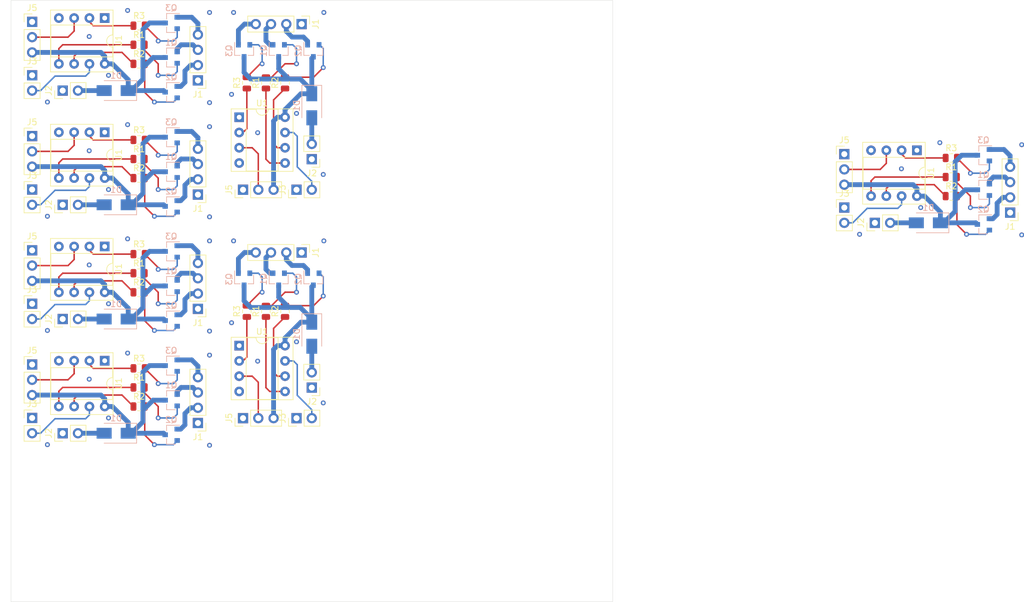
<source format=kicad_pcb>
(kicad_pcb (version 20171130) (host pcbnew "(5.1.6)-1")
  (layers (0 F.Cu signal) (31 B.Cu signal) (34 B.Paste user) (35 F.Paste user) (36 B.SilkS user) (37 F.SilkS user) (38 B.Mask user) (39 F.Mask user) (44 Edge.Cuts user))
  (net 0 "")
  (net 1 "Net-(J1-Pad4)")
  (net 2 "Net-(J1-Pad3)")
  (net 3 "Net-(J1-Pad2)")
  (net 4 GNDREF)
  (net 5 VCC)
  (net 6 PushButton)
  (net 7 Potentiomètre)
  (net 8 "Net-(Q1-Pad2)")
  (net 9 "Net-(Q2-Pad2)")
  (net 10 "Net-(Q3-Pad2)")
  (net 11 B)
  (net 12 G)
  (net 13 R)
  (net 14 "Net-(U1-Pad1)")
  (net 15 "Net-(D1-Pad2)")
  (module Package_DIP:DIP-8_W7.62mm_Socket (layer F.Cu) (at 87.93 92.425)
    (fp_text reference U1 (at 3.81 -2.33) (layer F.SilkS))
    (fp_text value ATtiny85-20PU)
    (pad 8 thru_hole oval (at 7.62 0) (size 1.6 1.6) (drill 0.8) (layers *.Cu *.Mask))
    (pad 4 thru_hole oval (at 0 7.62) (size 1.6 1.6) (drill 0.8) (layers *.Cu *.Mask))
    (pad 7 thru_hole oval (at 7.62 2.54) (size 1.6 1.6) (drill 0.8) (layers *.Cu *.Mask))
    (pad 3 thru_hole oval (at 0 5.08) (size 1.6 1.6) (drill 0.8) (layers *.Cu *.Mask))
    (pad 6 thru_hole oval (at 7.62 5.08) (size 1.6 1.6) (drill 0.8) (layers *.Cu *.Mask))
    (pad 2 thru_hole oval (at 0 2.54) (size 1.6 1.6) (drill 0.8) (layers *.Cu *.Mask))
    (pad 5 thru_hole oval (at 7.62 7.62) (size 1.6 1.6) (drill 0.8) (layers *.Cu *.Mask))
    (pad 1 thru_hole rect (at 0 0) (size 1.6 1.6) (drill 0.8) (layers *.Cu *.Mask))
  )
  (module Resistor_SMD:R_0805_2012Metric (layer F.Cu) (at 89.2 86.71 90)
    (fp_text reference R3 (at 0 -1.65 -90) (layer F.SilkS))
    (fp_text value 1k)
    (pad 2 smd roundrect (at 0.9375 0 90) (size 0.975 1.4) (layers F.Cu F.Paste F.Mask))
    (pad 1 smd roundrect (at -0.9375 0 90) (size 0.975 1.4) (layers F.Cu F.Paste F.Mask))
  )
  (module Connector_PinHeader_2.54mm:PinHeader_1x02_P2.54mm_Vertical (layer F.Cu) (at 97.455 104.49 90)
    (fp_text reference J3 (at 0 -2.33 90) (layer F.SilkS))
    (fp_text value Pushbutton)
    (pad 1 thru_hole rect (at 0 0 90) (size 1.7 1.7) (drill 1) (layers *.Cu *.Mask))
    (pad 2 thru_hole oval (at 0 2.54 90) (size 1.7 1.7) (drill 1) (layers *.Cu *.Mask))
  )
  (module Connector_PinHeader_2.54mm:PinHeader_1x02_P2.54mm_Vertical (layer F.Cu) (at 99.995 99.41 180)
    (fp_text reference J2 (at 0 -2.33) (layer F.SilkS))
    (fp_text value Alimentation)
    (pad 2 thru_hole oval (at 0 2.54 180) (size 1.7 1.7) (drill 1) (layers *.Cu *.Mask))
    (pad 1 thru_hole rect (at 0 0 180) (size 1.7 1.7) (drill 1) (layers *.Cu *.Mask))
  )
  (module Resistor_SMD:R_0805_2012Metric (layer F.Cu) (at 95.55 86.71 90)
    (fp_text reference R2 (at 0 -1.65 -90) (layer F.SilkS))
    (fp_text value 1k)
    (pad 1 smd roundrect (at -0.9375 0 90) (size 0.975 1.4) (layers F.Cu F.Paste F.Mask))
    (pad 2 smd roundrect (at 0.9375 0 90) (size 0.975 1.4) (layers F.Cu F.Paste F.Mask))
  )
  (module Connector_PinHeader_2.54mm:PinHeader_1x03_P2.54mm_Vertical (layer F.Cu) (at 88.565 104.49 90)
    (fp_text reference J5 (at 0 -2.33 90) (layer F.SilkS))
    (fp_text value Potentiomètre)
    (pad 3 thru_hole oval (at 0 5.08 90) (size 1.7 1.7) (drill 1) (layers *.Cu *.Mask))
    (pad 2 thru_hole oval (at 0 2.54 90) (size 1.7 1.7) (drill 1) (layers *.Cu *.Mask))
    (pad 1 thru_hole rect (at 0 0 90) (size 1.7 1.7) (drill 1) (layers *.Cu *.Mask))
  )
  (module Connector_PinHeader_2.54mm:PinHeader_1x04_P2.54mm_Vertical (layer F.Cu) (at 98.3 76.931 270)
    (fp_text reference J1 (at 0 -2.33 90) (layer F.SilkS))
    (fp_text value Leds)
    (pad 4 thru_hole oval (at 0 7.62 270) (size 1.7 1.7) (drill 1) (layers *.Cu *.Mask))
    (pad 3 thru_hole oval (at 0 5.08 270) (size 1.7 1.7) (drill 1) (layers *.Cu *.Mask))
    (pad 2 thru_hole oval (at 0 2.54 270) (size 1.7 1.7) (drill 1) (layers *.Cu *.Mask))
    (pad 1 thru_hole rect (at 0 0 270) (size 1.7 1.7) (drill 1) (layers *.Cu *.Mask))
  )
  (module Diode_SMD:D_SMA (layer B.Cu) (at 99.995 90.52 270)
    (fp_text reference D1 (at 0 2.5 90) (layer B.SilkS) (effects (justify mirror)))
    (fp_text value D_Schottky)
    (pad 2 smd rect (at 2 0 270) (size 2.5 1.8) (layers B.Cu B.Paste B.Mask))
    (pad 1 smd rect (at -2 0 270) (size 2.5 1.8) (layers B.Cu B.Paste B.Mask))
  )
  (module Package_TO_SOT_SMD:SOT-23 (layer B.Cu) (at 94.496 81.376 270)
    (fp_text reference Q1 (at 0 2.5 270) (layer B.SilkS) (effects (justify mirror)))
    (fp_text value PN2222A)
    (pad 3 smd rect (at 1 0 270) (size 0.9 0.8) (layers B.Cu B.Paste B.Mask))
    (pad 2 smd rect (at -1 -0.95 270) (size 0.9 0.8) (layers B.Cu B.Paste B.Mask))
    (pad 1 smd rect (at -1 0.95 270) (size 0.9 0.8) (layers B.Cu B.Paste B.Mask))
  )
  (module Resistor_SMD:R_0805_2012Metric (layer F.Cu) (at 92.375 86.71 90)
    (fp_text reference R1 (at 0 -1.65 -90) (layer F.SilkS))
    (fp_text value 1k)
    (pad 2 smd roundrect (at 0.9375 0 90) (size 0.975 1.4) (layers F.Cu F.Paste F.Mask))
    (pad 1 smd roundrect (at -0.9375 0 90) (size 0.975 1.4) (layers F.Cu F.Paste F.Mask))
  )
  (module Package_TO_SOT_SMD:SOT-23 (layer B.Cu) (at 88.746 81.376 270)
    (fp_text reference Q3 (at 0 2.5 270) (layer B.SilkS) (effects (justify mirror)))
    (fp_text value PN2222A)
    (pad 3 smd rect (at 1 0 270) (size 0.9 0.8) (layers B.Cu B.Paste B.Mask))
    (pad 2 smd rect (at -1 -0.95 270) (size 0.9 0.8) (layers B.Cu B.Paste B.Mask))
    (pad 1 smd rect (at -1 0.95 270) (size 0.9 0.8) (layers B.Cu B.Paste B.Mask))
  )
  (module Package_TO_SOT_SMD:SOT-23 (layer B.Cu) (at 100.251 81.376 270)
    (fp_text reference Q2 (at 0 2.5 270) (layer B.SilkS) (effects (justify mirror)))
    (fp_text value PN2222A)
    (pad 1 smd rect (at -1 0.95 270) (size 0.9 0.8) (layers B.Cu B.Paste B.Mask))
    (pad 2 smd rect (at -1 -0.95 270) (size 0.9 0.8) (layers B.Cu B.Paste B.Mask))
    (pad 3 smd rect (at 1 0 270) (size 0.9 0.8) (layers B.Cu B.Paste B.Mask))
  )
  (module Package_DIP:DIP-8_W7.62mm_Socket (layer F.Cu) (at 87.93 54.425)
    (fp_text reference U1 (at 3.81 -2.33) (layer F.SilkS))
    (fp_text value ATtiny85-20PU)
    (pad 8 thru_hole oval (at 7.62 0) (size 1.6 1.6) (drill 0.8) (layers *.Cu *.Mask))
    (pad 4 thru_hole oval (at 0 7.62) (size 1.6 1.6) (drill 0.8) (layers *.Cu *.Mask))
    (pad 7 thru_hole oval (at 7.62 2.54) (size 1.6 1.6) (drill 0.8) (layers *.Cu *.Mask))
    (pad 3 thru_hole oval (at 0 5.08) (size 1.6 1.6) (drill 0.8) (layers *.Cu *.Mask))
    (pad 6 thru_hole oval (at 7.62 5.08) (size 1.6 1.6) (drill 0.8) (layers *.Cu *.Mask))
    (pad 2 thru_hole oval (at 0 2.54) (size 1.6 1.6) (drill 0.8) (layers *.Cu *.Mask))
    (pad 5 thru_hole oval (at 7.62 7.62) (size 1.6 1.6) (drill 0.8) (layers *.Cu *.Mask))
    (pad 1 thru_hole rect (at 0 0) (size 1.6 1.6) (drill 0.8) (layers *.Cu *.Mask))
  )
  (module Resistor_SMD:R_0805_2012Metric (layer F.Cu) (at 89.2 48.71 90)
    (fp_text reference R3 (at 0 -1.65 -90) (layer F.SilkS))
    (fp_text value 1k)
    (pad 2 smd roundrect (at 0.9375 0 90) (size 0.975 1.4) (layers F.Cu F.Paste F.Mask))
    (pad 1 smd roundrect (at -0.9375 0 90) (size 0.975 1.4) (layers F.Cu F.Paste F.Mask))
  )
  (module Connector_PinHeader_2.54mm:PinHeader_1x02_P2.54mm_Vertical (layer F.Cu) (at 97.455 66.49 90)
    (fp_text reference J3 (at 0 -2.33 90) (layer F.SilkS))
    (fp_text value Pushbutton)
    (pad 1 thru_hole rect (at 0 0 90) (size 1.7 1.7) (drill 1) (layers *.Cu *.Mask))
    (pad 2 thru_hole oval (at 0 2.54 90) (size 1.7 1.7) (drill 1) (layers *.Cu *.Mask))
  )
  (module Connector_PinHeader_2.54mm:PinHeader_1x02_P2.54mm_Vertical (layer F.Cu) (at 99.995 61.41 180)
    (fp_text reference J2 (at 0 -2.33) (layer F.SilkS))
    (fp_text value Alimentation)
    (pad 2 thru_hole oval (at 0 2.54 180) (size 1.7 1.7) (drill 1) (layers *.Cu *.Mask))
    (pad 1 thru_hole rect (at 0 0 180) (size 1.7 1.7) (drill 1) (layers *.Cu *.Mask))
  )
  (module Resistor_SMD:R_0805_2012Metric (layer F.Cu) (at 95.55 48.71 90)
    (fp_text reference R2 (at 0 -1.65 -90) (layer F.SilkS))
    (fp_text value 1k)
    (pad 1 smd roundrect (at -0.9375 0 90) (size 0.975 1.4) (layers F.Cu F.Paste F.Mask))
    (pad 2 smd roundrect (at 0.9375 0 90) (size 0.975 1.4) (layers F.Cu F.Paste F.Mask))
  )
  (module Connector_PinHeader_2.54mm:PinHeader_1x03_P2.54mm_Vertical (layer F.Cu) (at 88.565 66.49 90)
    (fp_text reference J5 (at 0 -2.33 90) (layer F.SilkS))
    (fp_text value Potentiomètre)
    (pad 3 thru_hole oval (at 0 5.08 90) (size 1.7 1.7) (drill 1) (layers *.Cu *.Mask))
    (pad 2 thru_hole oval (at 0 2.54 90) (size 1.7 1.7) (drill 1) (layers *.Cu *.Mask))
    (pad 1 thru_hole rect (at 0 0 90) (size 1.7 1.7) (drill 1) (layers *.Cu *.Mask))
  )
  (module Connector_PinHeader_2.54mm:PinHeader_1x04_P2.54mm_Vertical (layer F.Cu) (at 98.3 38.931 270)
    (fp_text reference J1 (at 0 -2.33 90) (layer F.SilkS))
    (fp_text value Leds)
    (pad 4 thru_hole oval (at 0 7.62 270) (size 1.7 1.7) (drill 1) (layers *.Cu *.Mask))
    (pad 3 thru_hole oval (at 0 5.08 270) (size 1.7 1.7) (drill 1) (layers *.Cu *.Mask))
    (pad 2 thru_hole oval (at 0 2.54 270) (size 1.7 1.7) (drill 1) (layers *.Cu *.Mask))
    (pad 1 thru_hole rect (at 0 0 270) (size 1.7 1.7) (drill 1) (layers *.Cu *.Mask))
  )
  (module Diode_SMD:D_SMA (layer B.Cu) (at 99.995 52.52 270)
    (fp_text reference D1 (at 0 2.5 90) (layer B.SilkS) (effects (justify mirror)))
    (fp_text value D_Schottky)
    (pad 2 smd rect (at 2 0 270) (size 2.5 1.8) (layers B.Cu B.Paste B.Mask))
    (pad 1 smd rect (at -2 0 270) (size 2.5 1.8) (layers B.Cu B.Paste B.Mask))
  )
  (module Package_TO_SOT_SMD:SOT-23 (layer B.Cu) (at 94.496 43.376 270)
    (fp_text reference Q1 (at 0 2.5 270) (layer B.SilkS) (effects (justify mirror)))
    (fp_text value PN2222A)
    (pad 3 smd rect (at 1 0 270) (size 0.9 0.8) (layers B.Cu B.Paste B.Mask))
    (pad 2 smd rect (at -1 -0.95 270) (size 0.9 0.8) (layers B.Cu B.Paste B.Mask))
    (pad 1 smd rect (at -1 0.95 270) (size 0.9 0.8) (layers B.Cu B.Paste B.Mask))
  )
  (module Resistor_SMD:R_0805_2012Metric (layer F.Cu) (at 92.375 48.71 90)
    (fp_text reference R1 (at 0 -1.65 -90) (layer F.SilkS))
    (fp_text value 1k)
    (pad 2 smd roundrect (at 0.9375 0 90) (size 0.975 1.4) (layers F.Cu F.Paste F.Mask))
    (pad 1 smd roundrect (at -0.9375 0 90) (size 0.975 1.4) (layers F.Cu F.Paste F.Mask))
  )
  (module Package_TO_SOT_SMD:SOT-23 (layer B.Cu) (at 88.746 43.376 270)
    (fp_text reference Q3 (at 0 2.5 270) (layer B.SilkS) (effects (justify mirror)))
    (fp_text value PN2222A)
    (pad 3 smd rect (at 1 0 270) (size 0.9 0.8) (layers B.Cu B.Paste B.Mask))
    (pad 2 smd rect (at -1 -0.95 270) (size 0.9 0.8) (layers B.Cu B.Paste B.Mask))
    (pad 1 smd rect (at -1 0.95 270) (size 0.9 0.8) (layers B.Cu B.Paste B.Mask))
  )
  (module Package_TO_SOT_SMD:SOT-23 (layer B.Cu) (at 100.251 43.376 270)
    (fp_text reference Q2 (at 0 2.5 270) (layer B.SilkS) (effects (justify mirror)))
    (fp_text value PN2222A)
    (pad 1 smd rect (at -1 0.95 270) (size 0.9 0.8) (layers B.Cu B.Paste B.Mask))
    (pad 2 smd rect (at -1 -0.95 270) (size 0.9 0.8) (layers B.Cu B.Paste B.Mask))
    (pad 3 smd rect (at 1 0 270) (size 0.9 0.8) (layers B.Cu B.Paste B.Mask))
  )
  (module Package_DIP:DIP-8_W7.62mm_Socket (layer F.Cu) (at 65.575 94.93 270)
    (fp_text reference U1 (at 3.81 -2.33 90) (layer F.SilkS))
    (fp_text value ATtiny85-20PU)
    (pad 8 thru_hole oval (at 7.62 0 270) (size 1.6 1.6) (drill 0.8) (layers *.Cu *.Mask))
    (pad 4 thru_hole oval (at 0 7.62 270) (size 1.6 1.6) (drill 0.8) (layers *.Cu *.Mask))
    (pad 7 thru_hole oval (at 7.62 2.54 270) (size 1.6 1.6) (drill 0.8) (layers *.Cu *.Mask))
    (pad 3 thru_hole oval (at 0 5.08 270) (size 1.6 1.6) (drill 0.8) (layers *.Cu *.Mask))
    (pad 6 thru_hole oval (at 7.62 5.08 270) (size 1.6 1.6) (drill 0.8) (layers *.Cu *.Mask))
    (pad 2 thru_hole oval (at 0 2.54 270) (size 1.6 1.6) (drill 0.8) (layers *.Cu *.Mask))
    (pad 5 thru_hole oval (at 7.62 7.62 270) (size 1.6 1.6) (drill 0.8) (layers *.Cu *.Mask))
    (pad 1 thru_hole rect (at 0 0 270) (size 1.6 1.6) (drill 0.8) (layers *.Cu *.Mask))
  )
  (module Resistor_SMD:R_0805_2012Metric (layer F.Cu) (at 71.29 96.2)
    (fp_text reference R3 (at 0 -1.65 -180) (layer F.SilkS))
    (fp_text value 1k)
    (pad 2 smd roundrect (at 0.9375 0) (size 0.975 1.4) (layers F.Cu F.Paste F.Mask))
    (pad 1 smd roundrect (at -0.9375 0) (size 0.975 1.4) (layers F.Cu F.Paste F.Mask))
  )
  (module Connector_PinHeader_2.54mm:PinHeader_1x02_P2.54mm_Vertical (layer F.Cu) (at 53.51 104.455)
    (fp_text reference J3 (at 0 -2.33) (layer F.SilkS))
    (fp_text value Pushbutton)
    (pad 1 thru_hole rect (at 0 0) (size 1.7 1.7) (drill 1) (layers *.Cu *.Mask))
    (pad 2 thru_hole oval (at 0 2.54) (size 1.7 1.7) (drill 1) (layers *.Cu *.Mask))
  )
  (module Connector_PinHeader_2.54mm:PinHeader_1x02_P2.54mm_Vertical (layer F.Cu) (at 58.59 106.995 90)
    (fp_text reference J2 (at 0 -2.33 90) (layer F.SilkS))
    (fp_text value Alimentation)
    (pad 2 thru_hole oval (at 0 2.54 90) (size 1.7 1.7) (drill 1) (layers *.Cu *.Mask))
    (pad 1 thru_hole rect (at 0 0 90) (size 1.7 1.7) (drill 1) (layers *.Cu *.Mask))
  )
  (module Resistor_SMD:R_0805_2012Metric (layer F.Cu) (at 71.29 102.55)
    (fp_text reference R2 (at 0 -1.65 -180) (layer F.SilkS))
    (fp_text value 1k)
    (pad 1 smd roundrect (at -0.9375 0) (size 0.975 1.4) (layers F.Cu F.Paste F.Mask))
    (pad 2 smd roundrect (at 0.9375 0) (size 0.975 1.4) (layers F.Cu F.Paste F.Mask))
  )
  (module Connector_PinHeader_2.54mm:PinHeader_1x03_P2.54mm_Vertical (layer F.Cu) (at 53.51 95.565)
    (fp_text reference J5 (at 0 -2.33) (layer F.SilkS))
    (fp_text value Potentiomètre)
    (pad 3 thru_hole oval (at 0 5.08) (size 1.7 1.7) (drill 1) (layers *.Cu *.Mask))
    (pad 2 thru_hole oval (at 0 2.54) (size 1.7 1.7) (drill 1) (layers *.Cu *.Mask))
    (pad 1 thru_hole rect (at 0 0) (size 1.7 1.7) (drill 1) (layers *.Cu *.Mask))
  )
  (module Connector_PinHeader_2.54mm:PinHeader_1x04_P2.54mm_Vertical (layer F.Cu) (at 81.069 105.3 180)
    (fp_text reference J1 (at 0 -2.33) (layer F.SilkS))
    (fp_text value Leds)
    (pad 4 thru_hole oval (at 0 7.62 180) (size 1.7 1.7) (drill 1) (layers *.Cu *.Mask))
    (pad 3 thru_hole oval (at 0 5.08 180) (size 1.7 1.7) (drill 1) (layers *.Cu *.Mask))
    (pad 2 thru_hole oval (at 0 2.54 180) (size 1.7 1.7) (drill 1) (layers *.Cu *.Mask))
    (pad 1 thru_hole rect (at 0 0 180) (size 1.7 1.7) (drill 1) (layers *.Cu *.Mask))
  )
  (module Diode_SMD:D_SMA (layer B.Cu) (at 67.48 106.995 180)
    (fp_text reference D1 (at 0 2.5) (layer B.SilkS) (effects (justify mirror)))
    (fp_text value D_Schottky)
    (pad 2 smd rect (at 2 0 180) (size 2.5 1.8) (layers B.Cu B.Paste B.Mask))
    (pad 1 smd rect (at -2 0 180) (size 2.5 1.8) (layers B.Cu B.Paste B.Mask))
  )
  (module Package_TO_SOT_SMD:SOT-23 (layer B.Cu) (at 76.624 101.496 180)
    (fp_text reference Q1 (at 0 2.5 180) (layer B.SilkS) (effects (justify mirror)))
    (fp_text value PN2222A)
    (pad 3 smd rect (at 1 0 180) (size 0.9 0.8) (layers B.Cu B.Paste B.Mask))
    (pad 2 smd rect (at -1 -0.95 180) (size 0.9 0.8) (layers B.Cu B.Paste B.Mask))
    (pad 1 smd rect (at -1 0.95 180) (size 0.9 0.8) (layers B.Cu B.Paste B.Mask))
  )
  (module Resistor_SMD:R_0805_2012Metric (layer F.Cu) (at 71.29 99.375)
    (fp_text reference R1 (at 0 -1.65 -180) (layer F.SilkS))
    (fp_text value 1k)
    (pad 2 smd roundrect (at 0.9375 0) (size 0.975 1.4) (layers F.Cu F.Paste F.Mask))
    (pad 1 smd roundrect (at -0.9375 0) (size 0.975 1.4) (layers F.Cu F.Paste F.Mask))
  )
  (module Package_TO_SOT_SMD:SOT-23 (layer B.Cu) (at 76.624 95.746 180)
    (fp_text reference Q3 (at 0 2.5 180) (layer B.SilkS) (effects (justify mirror)))
    (fp_text value PN2222A)
    (pad 3 smd rect (at 1 0 180) (size 0.9 0.8) (layers B.Cu B.Paste B.Mask))
    (pad 2 smd rect (at -1 -0.95 180) (size 0.9 0.8) (layers B.Cu B.Paste B.Mask))
    (pad 1 smd rect (at -1 0.95 180) (size 0.9 0.8) (layers B.Cu B.Paste B.Mask))
  )
  (module Package_TO_SOT_SMD:SOT-23 (layer B.Cu) (at 76.624 107.251 180)
    (fp_text reference Q2 (at 0 2.5 180) (layer B.SilkS) (effects (justify mirror)))
    (fp_text value PN2222A)
    (pad 1 smd rect (at -1 0.95 180) (size 0.9 0.8) (layers B.Cu B.Paste B.Mask))
    (pad 2 smd rect (at -1 -0.95 180) (size 0.9 0.8) (layers B.Cu B.Paste B.Mask))
    (pad 3 smd rect (at 1 0 180) (size 0.9 0.8) (layers B.Cu B.Paste B.Mask))
  )
  (module Package_DIP:DIP-8_W7.62mm_Socket (layer F.Cu) (at 65.575 75.93 270)
    (fp_text reference U1 (at 3.81 -2.33 90) (layer F.SilkS))
    (fp_text value ATtiny85-20PU)
    (pad 8 thru_hole oval (at 7.62 0 270) (size 1.6 1.6) (drill 0.8) (layers *.Cu *.Mask))
    (pad 4 thru_hole oval (at 0 7.62 270) (size 1.6 1.6) (drill 0.8) (layers *.Cu *.Mask))
    (pad 7 thru_hole oval (at 7.62 2.54 270) (size 1.6 1.6) (drill 0.8) (layers *.Cu *.Mask))
    (pad 3 thru_hole oval (at 0 5.08 270) (size 1.6 1.6) (drill 0.8) (layers *.Cu *.Mask))
    (pad 6 thru_hole oval (at 7.62 5.08 270) (size 1.6 1.6) (drill 0.8) (layers *.Cu *.Mask))
    (pad 2 thru_hole oval (at 0 2.54 270) (size 1.6 1.6) (drill 0.8) (layers *.Cu *.Mask))
    (pad 5 thru_hole oval (at 7.62 7.62 270) (size 1.6 1.6) (drill 0.8) (layers *.Cu *.Mask))
    (pad 1 thru_hole rect (at 0 0 270) (size 1.6 1.6) (drill 0.8) (layers *.Cu *.Mask))
  )
  (module Resistor_SMD:R_0805_2012Metric (layer F.Cu) (at 71.29 77.2)
    (fp_text reference R3 (at 0 -1.65 -180) (layer F.SilkS))
    (fp_text value 1k)
    (pad 2 smd roundrect (at 0.9375 0) (size 0.975 1.4) (layers F.Cu F.Paste F.Mask))
    (pad 1 smd roundrect (at -0.9375 0) (size 0.975 1.4) (layers F.Cu F.Paste F.Mask))
  )
  (module Connector_PinHeader_2.54mm:PinHeader_1x02_P2.54mm_Vertical (layer F.Cu) (at 53.51 85.455)
    (fp_text reference J3 (at 0 -2.33) (layer F.SilkS))
    (fp_text value Pushbutton)
    (pad 1 thru_hole rect (at 0 0) (size 1.7 1.7) (drill 1) (layers *.Cu *.Mask))
    (pad 2 thru_hole oval (at 0 2.54) (size 1.7 1.7) (drill 1) (layers *.Cu *.Mask))
  )
  (module Connector_PinHeader_2.54mm:PinHeader_1x02_P2.54mm_Vertical (layer F.Cu) (at 58.59 87.995 90)
    (fp_text reference J2 (at 0 -2.33 90) (layer F.SilkS))
    (fp_text value Alimentation)
    (pad 2 thru_hole oval (at 0 2.54 90) (size 1.7 1.7) (drill 1) (layers *.Cu *.Mask))
    (pad 1 thru_hole rect (at 0 0 90) (size 1.7 1.7) (drill 1) (layers *.Cu *.Mask))
  )
  (module Resistor_SMD:R_0805_2012Metric (layer F.Cu) (at 71.29 83.55)
    (fp_text reference R2 (at 0 -1.65 -180) (layer F.SilkS))
    (fp_text value 1k)
    (pad 1 smd roundrect (at -0.9375 0) (size 0.975 1.4) (layers F.Cu F.Paste F.Mask))
    (pad 2 smd roundrect (at 0.9375 0) (size 0.975 1.4) (layers F.Cu F.Paste F.Mask))
  )
  (module Connector_PinHeader_2.54mm:PinHeader_1x03_P2.54mm_Vertical (layer F.Cu) (at 53.51 76.565)
    (fp_text reference J5 (at 0 -2.33) (layer F.SilkS))
    (fp_text value Potentiomètre)
    (pad 3 thru_hole oval (at 0 5.08) (size 1.7 1.7) (drill 1) (layers *.Cu *.Mask))
    (pad 2 thru_hole oval (at 0 2.54) (size 1.7 1.7) (drill 1) (layers *.Cu *.Mask))
    (pad 1 thru_hole rect (at 0 0) (size 1.7 1.7) (drill 1) (layers *.Cu *.Mask))
  )
  (module Connector_PinHeader_2.54mm:PinHeader_1x04_P2.54mm_Vertical (layer F.Cu) (at 81.069 86.3 180)
    (fp_text reference J1 (at 0 -2.33) (layer F.SilkS))
    (fp_text value Leds)
    (pad 4 thru_hole oval (at 0 7.62 180) (size 1.7 1.7) (drill 1) (layers *.Cu *.Mask))
    (pad 3 thru_hole oval (at 0 5.08 180) (size 1.7 1.7) (drill 1) (layers *.Cu *.Mask))
    (pad 2 thru_hole oval (at 0 2.54 180) (size 1.7 1.7) (drill 1) (layers *.Cu *.Mask))
    (pad 1 thru_hole rect (at 0 0 180) (size 1.7 1.7) (drill 1) (layers *.Cu *.Mask))
  )
  (module Diode_SMD:D_SMA (layer B.Cu) (at 67.48 87.995 180)
    (fp_text reference D1 (at 0 2.5) (layer B.SilkS) (effects (justify mirror)))
    (fp_text value D_Schottky)
    (pad 2 smd rect (at 2 0 180) (size 2.5 1.8) (layers B.Cu B.Paste B.Mask))
    (pad 1 smd rect (at -2 0 180) (size 2.5 1.8) (layers B.Cu B.Paste B.Mask))
  )
  (module Package_TO_SOT_SMD:SOT-23 (layer B.Cu) (at 76.624 82.496 180)
    (fp_text reference Q1 (at 0 2.5 180) (layer B.SilkS) (effects (justify mirror)))
    (fp_text value PN2222A)
    (pad 3 smd rect (at 1 0 180) (size 0.9 0.8) (layers B.Cu B.Paste B.Mask))
    (pad 2 smd rect (at -1 -0.95 180) (size 0.9 0.8) (layers B.Cu B.Paste B.Mask))
    (pad 1 smd rect (at -1 0.95 180) (size 0.9 0.8) (layers B.Cu B.Paste B.Mask))
  )
  (module Resistor_SMD:R_0805_2012Metric (layer F.Cu) (at 71.29 80.375)
    (fp_text reference R1 (at 0 -1.65 -180) (layer F.SilkS))
    (fp_text value 1k)
    (pad 2 smd roundrect (at 0.9375 0) (size 0.975 1.4) (layers F.Cu F.Paste F.Mask))
    (pad 1 smd roundrect (at -0.9375 0) (size 0.975 1.4) (layers F.Cu F.Paste F.Mask))
  )
  (module Package_TO_SOT_SMD:SOT-23 (layer B.Cu) (at 76.624 76.746 180)
    (fp_text reference Q3 (at 0 2.5 180) (layer B.SilkS) (effects (justify mirror)))
    (fp_text value PN2222A)
    (pad 3 smd rect (at 1 0 180) (size 0.9 0.8) (layers B.Cu B.Paste B.Mask))
    (pad 2 smd rect (at -1 -0.95 180) (size 0.9 0.8) (layers B.Cu B.Paste B.Mask))
    (pad 1 smd rect (at -1 0.95 180) (size 0.9 0.8) (layers B.Cu B.Paste B.Mask))
  )
  (module Package_TO_SOT_SMD:SOT-23 (layer B.Cu) (at 76.624 88.251 180)
    (fp_text reference Q2 (at 0 2.5 180) (layer B.SilkS) (effects (justify mirror)))
    (fp_text value PN2222A)
    (pad 1 smd rect (at -1 0.95 180) (size 0.9 0.8) (layers B.Cu B.Paste B.Mask))
    (pad 2 smd rect (at -1 -0.95 180) (size 0.9 0.8) (layers B.Cu B.Paste B.Mask))
    (pad 3 smd rect (at 1 0 180) (size 0.9 0.8) (layers B.Cu B.Paste B.Mask))
  )
  (module Package_DIP:DIP-8_W7.62mm_Socket (layer F.Cu) (at 65.575 56.93 270)
    (fp_text reference U1 (at 3.81 -2.33 90) (layer F.SilkS))
    (fp_text value ATtiny85-20PU)
    (pad 8 thru_hole oval (at 7.62 0 270) (size 1.6 1.6) (drill 0.8) (layers *.Cu *.Mask))
    (pad 4 thru_hole oval (at 0 7.62 270) (size 1.6 1.6) (drill 0.8) (layers *.Cu *.Mask))
    (pad 7 thru_hole oval (at 7.62 2.54 270) (size 1.6 1.6) (drill 0.8) (layers *.Cu *.Mask))
    (pad 3 thru_hole oval (at 0 5.08 270) (size 1.6 1.6) (drill 0.8) (layers *.Cu *.Mask))
    (pad 6 thru_hole oval (at 7.62 5.08 270) (size 1.6 1.6) (drill 0.8) (layers *.Cu *.Mask))
    (pad 2 thru_hole oval (at 0 2.54 270) (size 1.6 1.6) (drill 0.8) (layers *.Cu *.Mask))
    (pad 5 thru_hole oval (at 7.62 7.62 270) (size 1.6 1.6) (drill 0.8) (layers *.Cu *.Mask))
    (pad 1 thru_hole rect (at 0 0 270) (size 1.6 1.6) (drill 0.8) (layers *.Cu *.Mask))
  )
  (module Resistor_SMD:R_0805_2012Metric (layer F.Cu) (at 71.29 58.2)
    (fp_text reference R3 (at 0 -1.65 -180) (layer F.SilkS))
    (fp_text value 1k)
    (pad 2 smd roundrect (at 0.9375 0) (size 0.975 1.4) (layers F.Cu F.Paste F.Mask))
    (pad 1 smd roundrect (at -0.9375 0) (size 0.975 1.4) (layers F.Cu F.Paste F.Mask))
  )
  (module Connector_PinHeader_2.54mm:PinHeader_1x02_P2.54mm_Vertical (layer F.Cu) (at 53.51 66.455)
    (fp_text reference J3 (at 0 -2.33) (layer F.SilkS))
    (fp_text value Pushbutton)
    (pad 1 thru_hole rect (at 0 0) (size 1.7 1.7) (drill 1) (layers *.Cu *.Mask))
    (pad 2 thru_hole oval (at 0 2.54) (size 1.7 1.7) (drill 1) (layers *.Cu *.Mask))
  )
  (module Connector_PinHeader_2.54mm:PinHeader_1x02_P2.54mm_Vertical (layer F.Cu) (at 58.59 68.995 90)
    (fp_text reference J2 (at 0 -2.33 90) (layer F.SilkS))
    (fp_text value Alimentation)
    (pad 2 thru_hole oval (at 0 2.54 90) (size 1.7 1.7) (drill 1) (layers *.Cu *.Mask))
    (pad 1 thru_hole rect (at 0 0 90) (size 1.7 1.7) (drill 1) (layers *.Cu *.Mask))
  )
  (module Resistor_SMD:R_0805_2012Metric (layer F.Cu) (at 71.29 64.55)
    (fp_text reference R2 (at 0 -1.65 -180) (layer F.SilkS))
    (fp_text value 1k)
    (pad 1 smd roundrect (at -0.9375 0) (size 0.975 1.4) (layers F.Cu F.Paste F.Mask))
    (pad 2 smd roundrect (at 0.9375 0) (size 0.975 1.4) (layers F.Cu F.Paste F.Mask))
  )
  (module Connector_PinHeader_2.54mm:PinHeader_1x03_P2.54mm_Vertical (layer F.Cu) (at 53.51 57.565)
    (fp_text reference J5 (at 0 -2.33) (layer F.SilkS))
    (fp_text value Potentiomètre)
    (pad 3 thru_hole oval (at 0 5.08) (size 1.7 1.7) (drill 1) (layers *.Cu *.Mask))
    (pad 2 thru_hole oval (at 0 2.54) (size 1.7 1.7) (drill 1) (layers *.Cu *.Mask))
    (pad 1 thru_hole rect (at 0 0) (size 1.7 1.7) (drill 1) (layers *.Cu *.Mask))
  )
  (module Connector_PinHeader_2.54mm:PinHeader_1x04_P2.54mm_Vertical (layer F.Cu) (at 81.069 67.3 180)
    (fp_text reference J1 (at 0 -2.33) (layer F.SilkS))
    (fp_text value Leds)
    (pad 4 thru_hole oval (at 0 7.62 180) (size 1.7 1.7) (drill 1) (layers *.Cu *.Mask))
    (pad 3 thru_hole oval (at 0 5.08 180) (size 1.7 1.7) (drill 1) (layers *.Cu *.Mask))
    (pad 2 thru_hole oval (at 0 2.54 180) (size 1.7 1.7) (drill 1) (layers *.Cu *.Mask))
    (pad 1 thru_hole rect (at 0 0 180) (size 1.7 1.7) (drill 1) (layers *.Cu *.Mask))
  )
  (module Diode_SMD:D_SMA (layer B.Cu) (at 67.48 68.995 180)
    (fp_text reference D1 (at 0 2.5) (layer B.SilkS) (effects (justify mirror)))
    (fp_text value D_Schottky)
    (pad 2 smd rect (at 2 0 180) (size 2.5 1.8) (layers B.Cu B.Paste B.Mask))
    (pad 1 smd rect (at -2 0 180) (size 2.5 1.8) (layers B.Cu B.Paste B.Mask))
  )
  (module Package_TO_SOT_SMD:SOT-23 (layer B.Cu) (at 76.624 63.496 180)
    (fp_text reference Q1 (at 0 2.5 180) (layer B.SilkS) (effects (justify mirror)))
    (fp_text value PN2222A)
    (pad 3 smd rect (at 1 0 180) (size 0.9 0.8) (layers B.Cu B.Paste B.Mask))
    (pad 2 smd rect (at -1 -0.95 180) (size 0.9 0.8) (layers B.Cu B.Paste B.Mask))
    (pad 1 smd rect (at -1 0.95 180) (size 0.9 0.8) (layers B.Cu B.Paste B.Mask))
  )
  (module Resistor_SMD:R_0805_2012Metric (layer F.Cu) (at 71.29 61.375)
    (fp_text reference R1 (at 0 -1.65 -180) (layer F.SilkS))
    (fp_text value 1k)
    (pad 2 smd roundrect (at 0.9375 0) (size 0.975 1.4) (layers F.Cu F.Paste F.Mask))
    (pad 1 smd roundrect (at -0.9375 0) (size 0.975 1.4) (layers F.Cu F.Paste F.Mask))
  )
  (module Package_TO_SOT_SMD:SOT-23 (layer B.Cu) (at 76.624 57.746 180)
    (fp_text reference Q3 (at 0 2.5 180) (layer B.SilkS) (effects (justify mirror)))
    (fp_text value PN2222A)
    (pad 3 smd rect (at 1 0 180) (size 0.9 0.8) (layers B.Cu B.Paste B.Mask))
    (pad 2 smd rect (at -1 -0.95 180) (size 0.9 0.8) (layers B.Cu B.Paste B.Mask))
    (pad 1 smd rect (at -1 0.95 180) (size 0.9 0.8) (layers B.Cu B.Paste B.Mask))
  )
  (module Package_TO_SOT_SMD:SOT-23 (layer B.Cu) (at 76.624 69.251 180)
    (fp_text reference Q2 (at 0 2.5 180) (layer B.SilkS) (effects (justify mirror)))
    (fp_text value PN2222A)
    (pad 1 smd rect (at -1 0.95 180) (size 0.9 0.8) (layers B.Cu B.Paste B.Mask))
    (pad 2 smd rect (at -1 -0.95 180) (size 0.9 0.8) (layers B.Cu B.Paste B.Mask))
    (pad 3 smd rect (at 1 0 180) (size 0.9 0.8) (layers B.Cu B.Paste B.Mask))
  )
  (module Package_DIP:DIP-8_W7.62mm_Socket (layer F.Cu) (at 65.575 37.93 270)
    (fp_text reference U1 (at 3.81 -2.33 90) (layer F.SilkS))
    (fp_text value ATtiny85-20PU)
    (pad 8 thru_hole oval (at 7.62 0 270) (size 1.6 1.6) (drill 0.8) (layers *.Cu *.Mask))
    (pad 4 thru_hole oval (at 0 7.62 270) (size 1.6 1.6) (drill 0.8) (layers *.Cu *.Mask))
    (pad 7 thru_hole oval (at 7.62 2.54 270) (size 1.6 1.6) (drill 0.8) (layers *.Cu *.Mask))
    (pad 3 thru_hole oval (at 0 5.08 270) (size 1.6 1.6) (drill 0.8) (layers *.Cu *.Mask))
    (pad 6 thru_hole oval (at 7.62 5.08 270) (size 1.6 1.6) (drill 0.8) (layers *.Cu *.Mask))
    (pad 2 thru_hole oval (at 0 2.54 270) (size 1.6 1.6) (drill 0.8) (layers *.Cu *.Mask))
    (pad 5 thru_hole oval (at 7.62 7.62 270) (size 1.6 1.6) (drill 0.8) (layers *.Cu *.Mask))
    (pad 1 thru_hole rect (at 0 0 270) (size 1.6 1.6) (drill 0.8) (layers *.Cu *.Mask))
  )
  (module Resistor_SMD:R_0805_2012Metric (layer F.Cu) (at 71.29 39.2)
    (fp_text reference R3 (at 0 -1.65 -180) (layer F.SilkS))
    (fp_text value 1k)
    (pad 2 smd roundrect (at 0.9375 0) (size 0.975 1.4) (layers F.Cu F.Paste F.Mask))
    (pad 1 smd roundrect (at -0.9375 0) (size 0.975 1.4) (layers F.Cu F.Paste F.Mask))
  )
  (module Connector_PinHeader_2.54mm:PinHeader_1x02_P2.54mm_Vertical (layer F.Cu) (at 53.51 47.455)
    (fp_text reference J3 (at 0 -2.33) (layer F.SilkS))
    (fp_text value Pushbutton)
    (pad 1 thru_hole rect (at 0 0) (size 1.7 1.7) (drill 1) (layers *.Cu *.Mask))
    (pad 2 thru_hole oval (at 0 2.54) (size 1.7 1.7) (drill 1) (layers *.Cu *.Mask))
  )
  (module Connector_PinHeader_2.54mm:PinHeader_1x02_P2.54mm_Vertical (layer F.Cu) (at 58.59 49.995 90)
    (fp_text reference J2 (at 0 -2.33 90) (layer F.SilkS))
    (fp_text value Alimentation)
    (pad 2 thru_hole oval (at 0 2.54 90) (size 1.7 1.7) (drill 1) (layers *.Cu *.Mask))
    (pad 1 thru_hole rect (at 0 0 90) (size 1.7 1.7) (drill 1) (layers *.Cu *.Mask))
  )
  (module Resistor_SMD:R_0805_2012Metric (layer F.Cu) (at 71.29 45.55)
    (fp_text reference R2 (at 0 -1.65 -180) (layer F.SilkS))
    (fp_text value 1k)
    (pad 1 smd roundrect (at -0.9375 0) (size 0.975 1.4) (layers F.Cu F.Paste F.Mask))
    (pad 2 smd roundrect (at 0.9375 0) (size 0.975 1.4) (layers F.Cu F.Paste F.Mask))
  )
  (module Connector_PinHeader_2.54mm:PinHeader_1x03_P2.54mm_Vertical (layer F.Cu) (at 53.51 38.565)
    (fp_text reference J5 (at 0 -2.33) (layer F.SilkS))
    (fp_text value Potentiomètre)
    (pad 3 thru_hole oval (at 0 5.08) (size 1.7 1.7) (drill 1) (layers *.Cu *.Mask))
    (pad 2 thru_hole oval (at 0 2.54) (size 1.7 1.7) (drill 1) (layers *.Cu *.Mask))
    (pad 1 thru_hole rect (at 0 0) (size 1.7 1.7) (drill 1) (layers *.Cu *.Mask))
  )
  (module Connector_PinHeader_2.54mm:PinHeader_1x04_P2.54mm_Vertical (layer F.Cu) (at 81.069 48.3 180)
    (fp_text reference J1 (at 0 -2.33) (layer F.SilkS))
    (fp_text value Leds)
    (pad 4 thru_hole oval (at 0 7.62 180) (size 1.7 1.7) (drill 1) (layers *.Cu *.Mask))
    (pad 3 thru_hole oval (at 0 5.08 180) (size 1.7 1.7) (drill 1) (layers *.Cu *.Mask))
    (pad 2 thru_hole oval (at 0 2.54 180) (size 1.7 1.7) (drill 1) (layers *.Cu *.Mask))
    (pad 1 thru_hole rect (at 0 0 180) (size 1.7 1.7) (drill 1) (layers *.Cu *.Mask))
  )
  (module Diode_SMD:D_SMA (layer B.Cu) (at 67.48 49.995 180)
    (fp_text reference D1 (at 0 2.5) (layer B.SilkS) (effects (justify mirror)))
    (fp_text value D_Schottky)
    (pad 2 smd rect (at 2 0 180) (size 2.5 1.8) (layers B.Cu B.Paste B.Mask))
    (pad 1 smd rect (at -2 0 180) (size 2.5 1.8) (layers B.Cu B.Paste B.Mask))
  )
  (module Package_TO_SOT_SMD:SOT-23 (layer B.Cu) (at 76.624 44.496 180)
    (fp_text reference Q1 (at 0 2.5 180) (layer B.SilkS) (effects (justify mirror)))
    (fp_text value PN2222A)
    (pad 3 smd rect (at 1 0 180) (size 0.9 0.8) (layers B.Cu B.Paste B.Mask))
    (pad 2 smd rect (at -1 -0.95 180) (size 0.9 0.8) (layers B.Cu B.Paste B.Mask))
    (pad 1 smd rect (at -1 0.95 180) (size 0.9 0.8) (layers B.Cu B.Paste B.Mask))
  )
  (module Resistor_SMD:R_0805_2012Metric (layer F.Cu) (at 71.29 42.375)
    (fp_text reference R1 (at 0 -1.65 -180) (layer F.SilkS))
    (fp_text value 1k)
    (pad 2 smd roundrect (at 0.9375 0) (size 0.975 1.4) (layers F.Cu F.Paste F.Mask))
    (pad 1 smd roundrect (at -0.9375 0) (size 0.975 1.4) (layers F.Cu F.Paste F.Mask))
  )
  (module Package_TO_SOT_SMD:SOT-23 (layer B.Cu) (at 76.624 38.746 180)
    (fp_text reference Q3 (at 0 2.5 180) (layer B.SilkS) (effects (justify mirror)))
    (fp_text value PN2222A)
    (pad 3 smd rect (at 1 0 180) (size 0.9 0.8) (layers B.Cu B.Paste B.Mask))
    (pad 2 smd rect (at -1 -0.95 180) (size 0.9 0.8) (layers B.Cu B.Paste B.Mask))
    (pad 1 smd rect (at -1 0.95 180) (size 0.9 0.8) (layers B.Cu B.Paste B.Mask))
  )
  (module Package_TO_SOT_SMD:SOT-23 (layer B.Cu) (at 76.624 50.251 180)
    (fp_text reference Q2 (at 0 2.5 180) (layer B.SilkS) (effects (justify mirror)))
    (fp_text value PN2222A)
    (pad 1 smd rect (at -1 0.95 180) (size 0.9 0.8) (layers B.Cu B.Paste B.Mask))
    (pad 2 smd rect (at -1 -0.95 180) (size 0.9 0.8) (layers B.Cu B.Paste B.Mask))
    (pad 3 smd rect (at 1 0 180) (size 0.9 0.8) (layers B.Cu B.Paste B.Mask))
  )
  (module Package_TO_SOT_SMD:SOT-23 (layer B.Cu) (at 211.624 66.496 180)
    (fp_text reference Q1 (at 0 2.5 180) (layer B.SilkS) (effects (justify mirror)))
    (fp_text value PN2222A)
    (pad 1 smd rect (at -1 0.95 180) (size 0.9 0.8) (layers B.Cu B.Paste B.Mask) (net 2 "Net-(J1-Pad3)"))
    (pad 2 smd rect (at -1 -0.95 180) (size 0.9 0.8) (layers B.Cu B.Paste B.Mask) (net 8 "Net-(Q1-Pad2)"))
    (pad 3 smd rect (at 1 0 180) (size 0.9 0.8) (layers B.Cu B.Paste B.Mask) (net 5 VCC))
  )
  (module Package_TO_SOT_SMD:SOT-23 (layer B.Cu) (at 211.624 72.251 180)
    (fp_text reference Q2 (at 0 2.5 180) (layer B.SilkS) (effects (justify mirror)))
    (fp_text value PN2222A)
    (pad 3 smd rect (at 1 0 180) (size 0.9 0.8) (layers B.Cu B.Paste B.Mask) (net 5 VCC))
    (pad 2 smd rect (at -1 -0.95 180) (size 0.9 0.8) (layers B.Cu B.Paste B.Mask) (net 9 "Net-(Q2-Pad2)"))
    (pad 1 smd rect (at -1 0.95 180) (size 0.9 0.8) (layers B.Cu B.Paste B.Mask) (net 3 "Net-(J1-Pad2)"))
  )
  (module Package_TO_SOT_SMD:SOT-23 (layer B.Cu) (at 211.624 60.746 180)
    (fp_text reference Q3 (at 0 2.5 180) (layer B.SilkS) (effects (justify mirror)))
    (fp_text value PN2222A)
    (pad 1 smd rect (at -1 0.95 180) (size 0.9 0.8) (layers B.Cu B.Paste B.Mask) (net 1 "Net-(J1-Pad4)"))
    (pad 2 smd rect (at -1 -0.95 180) (size 0.9 0.8) (layers B.Cu B.Paste B.Mask) (net 10 "Net-(Q3-Pad2)"))
    (pad 3 smd rect (at 1 0 180) (size 0.9 0.8) (layers B.Cu B.Paste B.Mask) (net 5 VCC))
  )
  (module Resistor_SMD:R_0805_2012Metric (layer F.Cu) (at 206.29 64.375)
    (fp_text reference R1 (at 0 -1.65 -180) (layer F.SilkS))
    (fp_text value 1k)
    (pad 1 smd roundrect (at -0.9375 0) (size 0.975 1.4) (layers F.Cu F.Paste F.Mask) (net 11 B))
    (pad 2 smd roundrect (at 0.9375 0) (size 0.975 1.4) (layers F.Cu F.Paste F.Mask) (net 8 "Net-(Q1-Pad2)"))
  )
  (module Resistor_SMD:R_0805_2012Metric (layer F.Cu) (at 206.29 67.55)
    (fp_text reference R2 (at 0 -1.65 -180) (layer F.SilkS))
    (fp_text value 1k)
    (pad 2 smd roundrect (at 0.9375 0) (size 0.975 1.4) (layers F.Cu F.Paste F.Mask) (net 9 "Net-(Q2-Pad2)"))
    (pad 1 smd roundrect (at -0.9375 0) (size 0.975 1.4) (layers F.Cu F.Paste F.Mask) (net 12 G))
  )
  (module Resistor_SMD:R_0805_2012Metric (layer F.Cu) (at 206.29 61.2)
    (fp_text reference R3 (at 0 -1.65 -180) (layer F.SilkS))
    (fp_text value 1k)
    (pad 1 smd roundrect (at -0.9375 0) (size 0.975 1.4) (layers F.Cu F.Paste F.Mask) (net 13 R))
    (pad 2 smd roundrect (at 0.9375 0) (size 0.975 1.4) (layers F.Cu F.Paste F.Mask) (net 10 "Net-(Q3-Pad2)"))
  )
  (module Diode_SMD:D_SMA (layer B.Cu) (at 202.48 71.995 180)
    (fp_text reference D1 (at 0 2.5) (layer B.SilkS) (effects (justify mirror)))
    (fp_text value D_Schottky)
    (pad 1 smd rect (at -2 0 180) (size 2.5 1.8) (layers B.Cu B.Paste B.Mask) (net 5 VCC))
    (pad 2 smd rect (at 2 0 180) (size 2.5 1.8) (layers B.Cu B.Paste B.Mask) (net 15 "Net-(D1-Pad2)"))
  )
  (module Connector_PinHeader_2.54mm:PinHeader_1x04_P2.54mm_Vertical (layer F.Cu) (at 216.069 70.3 180)
    (fp_text reference J1 (at 0 -2.33) (layer F.SilkS))
    (fp_text value Leds)
    (pad 1 thru_hole rect (at 0 0 180) (size 1.7 1.7) (drill 1) (layers *.Cu *.Mask) (net 4 GNDREF))
    (pad 2 thru_hole oval (at 0 2.54 180) (size 1.7 1.7) (drill 1) (layers *.Cu *.Mask) (net 3 "Net-(J1-Pad2)"))
    (pad 3 thru_hole oval (at 0 5.08 180) (size 1.7 1.7) (drill 1) (layers *.Cu *.Mask) (net 2 "Net-(J1-Pad3)"))
    (pad 4 thru_hole oval (at 0 7.62 180) (size 1.7 1.7) (drill 1) (layers *.Cu *.Mask) (net 1 "Net-(J1-Pad4)"))
  )
  (module Connector_PinHeader_2.54mm:PinHeader_1x02_P2.54mm_Vertical (layer F.Cu) (at 193.59 71.995 90)
    (fp_text reference J2 (at 0 -2.33 90) (layer F.SilkS))
    (fp_text value Alimentation)
    (pad 1 thru_hole rect (at 0 0 90) (size 1.7 1.7) (drill 1) (layers *.Cu *.Mask) (net 4 GNDREF))
    (pad 2 thru_hole oval (at 0 2.54 90) (size 1.7 1.7) (drill 1) (layers *.Cu *.Mask) (net 15 "Net-(D1-Pad2)"))
  )
  (module Connector_PinHeader_2.54mm:PinHeader_1x02_P2.54mm_Vertical (layer F.Cu) (at 188.51 69.455)
    (fp_text reference J3 (at 0 -2.33) (layer F.SilkS))
    (fp_text value Pushbutton)
    (pad 2 thru_hole oval (at 0 2.54) (size 1.7 1.7) (drill 1) (layers *.Cu *.Mask) (net 6 PushButton))
    (pad 1 thru_hole rect (at 0 0) (size 1.7 1.7) (drill 1) (layers *.Cu *.Mask) (net 4 GNDREF))
  )
  (module Connector_PinHeader_2.54mm:PinHeader_1x03_P2.54mm_Vertical (layer F.Cu) (at 188.51 60.565)
    (fp_text reference J5 (at 0 -2.33) (layer F.SilkS))
    (fp_text value Potentiomètre)
    (pad 1 thru_hole rect (at 0 0) (size 1.7 1.7) (drill 1) (layers *.Cu *.Mask) (net 4 GNDREF))
    (pad 2 thru_hole oval (at 0 2.54) (size 1.7 1.7) (drill 1) (layers *.Cu *.Mask) (net 7 Potentiomètre))
    (pad 3 thru_hole oval (at 0 5.08) (size 1.7 1.7) (drill 1) (layers *.Cu *.Mask) (net 5 VCC))
  )
  (module Package_DIP:DIP-8_W7.62mm_Socket (layer F.Cu) (at 200.575 59.93 270)
    (fp_text reference U1 (at 3.81 -2.33 90) (layer F.SilkS))
    (fp_text value ATtiny85-20PU)
    (pad 1 thru_hole rect (at 0 0 270) (size 1.6 1.6) (drill 0.8) (layers *.Cu *.Mask) (net 14 "Net-(U1-Pad1)"))
    (pad 5 thru_hole oval (at 7.62 7.62 270) (size 1.6 1.6) (drill 0.8) (layers *.Cu *.Mask) (net 11 B))
    (pad 2 thru_hole oval (at 0 2.54 270) (size 1.6 1.6) (drill 0.8) (layers *.Cu *.Mask) (net 13 R))
    (pad 6 thru_hole oval (at 7.62 5.08 270) (size 1.6 1.6) (drill 0.8) (layers *.Cu *.Mask) (net 12 G))
    (pad 3 thru_hole oval (at 0 5.08 270) (size 1.6 1.6) (drill 0.8) (layers *.Cu *.Mask) (net 7 Potentiomètre))
    (pad 7 thru_hole oval (at 7.62 2.54 270) (size 1.6 1.6) (drill 0.8) (layers *.Cu *.Mask) (net 6 PushButton))
    (pad 4 thru_hole oval (at 0 7.62 270) (size 1.6 1.6) (drill 0.8) (layers *.Cu *.Mask) (net 4 GNDREF))
    (pad 8 thru_hole oval (at 7.62 0 270) (size 1.6 1.6) (drill 0.8) (layers *.Cu *.Mask) (net 5 VCC))
  )
  (gr_line (start 50 135) (end 50 35) (layer Edge.Cuts) (width 0.05))
  (gr_line (start 150 135) (end 50 135) (layer Edge.Cuts) (width 0.05))
  (gr_line (start 150 35) (end 150 135) (layer Edge.Cuts) (width 0.05))
  (gr_line (start 50 35) (end 150 35) (layer Edge.Cuts) (width 0.05))
  (segment (start 77.624 37.796) (end 80.046 37.796) (width 0.8) (layer B.Cu) (net 0))
  (segment (start 80.046 37.796) (end 81.069 38.819) (width 0.8) (layer B.Cu) (net 0))
  (segment (start 81.069 38.819) (end 81.069 40.68) (width 0.8) (layer B.Cu) (net 0))
  (segment (start 78.275 42.375) (end 80.224 42.375) (width 0.8) (layer B.Cu) (net 0))
  (segment (start 77.624 43.546) (end 77.624 43.026) (width 0.8) (layer B.Cu) (net 0))
  (segment (start 77.624 43.026) (end 78.275 42.375) (width 0.8) (layer B.Cu) (net 0))
  (segment (start 80.224 42.375) (end 81.069 43.22) (width 0.8) (layer B.Cu) (net 0))
  (segment (start 77.624 49.301) (end 78.216 49.301) (width 0.8) (layer B.Cu) (net 0))
  (segment (start 78.91 46.716919) (end 79.866919 45.76) (width 0.8) (layer B.Cu) (net 0))
  (segment (start 78.216 49.301) (end 78.91 48.607) (width 0.8) (layer B.Cu) (net 0))
  (segment (start 78.91 48.607) (end 78.91 46.716919) (width 0.8) (layer B.Cu) (net 0))
  (segment (start 79.866919 45.76) (end 81.069 45.76) (width 0.8) (layer B.Cu) (net 0))
  (via (at 69.385 36.66) (size 0.8) (drill 0.4) (layers F.Cu B.Cu) (net 0))
  (via (at 63 41) (size 0.8) (drill 0.4) (layers F.Cu B.Cu) (net 0))
  (via (at 83 37) (size 0.8) (drill 0.4) (layers F.Cu B.Cu) (net 0))
  (via (at 83 52) (size 0.8) (drill 0.4) (layers F.Cu B.Cu) (net 0))
  (via (at 66.21 47.455) (size 0.8) (drill 0.4) (layers F.Cu B.Cu) (net 0))
  (via (at 56.05 51.9) (size 0.8) (drill 0.4) (layers F.Cu B.Cu) (net 0))
  (segment (start 71.925 46.185) (end 73.614 44.496) (width 0.8) (layer B.Cu) (net 0))
  (segment (start 69.48 49.995) (end 70.02 49.995) (width 0.8) (layer B.Cu) (net 0))
  (segment (start 53.51 43.645) (end 64.94 43.645) (width 0.8) (layer B.Cu) (net 0))
  (segment (start 73.014 38.746) (end 75.624 38.746) (width 0.8) (layer B.Cu) (net 0))
  (segment (start 71.925 48.09) (end 71.925 46.185) (width 0.8) (layer B.Cu) (net 0))
  (segment (start 71.925 39.835) (end 73.014 38.746) (width 0.8) (layer B.Cu) (net 0))
  (segment (start 70.02 49.995) (end 71.925 48.09) (width 0.8) (layer B.Cu) (net 0))
  (segment (start 69.48 49.995) (end 75.368 49.995) (width 0.8) (layer B.Cu) (net 0))
  (segment (start 75.368 49.995) (end 75.624 50.251) (width 0.8) (layer B.Cu) (net 0))
  (segment (start 64.94 43.645) (end 65.575 44.28) (width 0.8) (layer B.Cu) (net 0))
  (segment (start 71.925 46.185) (end 71.925 39.835) (width 0.8) (layer B.Cu) (net 0))
  (segment (start 73.614 44.496) (end 75.624 44.496) (width 0.8) (layer B.Cu) (net 0))
  (segment (start 69.48 48.185) (end 69.48 49.995) (width 0.8) (layer B.Cu) (net 0))
  (segment (start 65.575 45.55) (end 66.845 45.55) (width 0.8) (layer B.Cu) (net 0))
  (segment (start 66.845 45.55) (end 69.48 48.185) (width 0.8) (layer B.Cu) (net 0))
  (segment (start 65.575 44.28) (end 65.575 45.55) (width 0.8) (layer B.Cu) (net 0))
  (segment (start 54.907 49.995) (end 57.32 47.582) (width 0.25) (layer B.Cu) (net 0))
  (segment (start 57.32 47.582) (end 62.4 47.582) (width 0.25) (layer B.Cu) (net 0))
  (segment (start 53.51 49.995) (end 54.907 49.995) (width 0.25) (layer B.Cu) (net 0))
  (segment (start 63.035 46.947) (end 63.035 45.55) (width 0.25) (layer B.Cu) (net 0))
  (segment (start 62.4 47.582) (end 63.035 46.947) (width 0.25) (layer B.Cu) (net 0))
  (segment (start 53.51 41.105) (end 59.479 41.105) (width 0.25) (layer F.Cu) (net 0))
  (segment (start 60.495 40.089) (end 60.495 37.93) (width 0.25) (layer F.Cu) (net 0))
  (segment (start 59.479 41.105) (end 60.495 40.089) (width 0.25) (layer F.Cu) (net 0))
  (via (at 74.465 47.455) (size 0.8) (drill 0.4) (layers F.Cu B.Cu) (net 0))
  (segment (start 77.624 46.836) (end 77.624 45.446) (width 0.25) (layer B.Cu) (net 0))
  (segment (start 72.2275 43.3125) (end 74.465 45.55) (width 0.25) (layer F.Cu) (net 0))
  (segment (start 77.005 47.455) (end 77.624 46.836) (width 0.25) (layer B.Cu) (net 0))
  (segment (start 74.465 47.455) (end 77.005 47.455) (width 0.25) (layer B.Cu) (net 0))
  (segment (start 72.2275 42.375) (end 72.2275 43.3125) (width 0.25) (layer F.Cu) (net 0))
  (segment (start 74.465 45.55) (end 74.465 47.455) (width 0.25) (layer F.Cu) (net 0))
  (via (at 73.83 51.9) (size 0.8) (drill 0.4) (layers F.Cu B.Cu) (net 0))
  (segment (start 72.2275 50.2975) (end 73.195 51.265) (width 0.25) (layer F.Cu) (net 0))
  (segment (start 77.624 51.201) (end 77.624 51.281) (width 0.25) (layer B.Cu) (net 0))
  (segment (start 77.56 51.265) (end 77.624 51.201) (width 0.25) (layer B.Cu) (net 0))
  (segment (start 77.005 51.9) (end 73.83 51.9) (width 0.25) (layer B.Cu) (net 0))
  (segment (start 73.195 51.265) (end 73.83 51.9) (width 0.25) (layer F.Cu) (net 0))
  (segment (start 72.2275 45.55) (end 72.2275 50.2975) (width 0.25) (layer F.Cu) (net 0))
  (segment (start 77.624 51.281) (end 77.005 51.9) (width 0.25) (layer B.Cu) (net 0))
  (via (at 74.465 41.74) (size 0.8) (drill 0.4) (layers F.Cu B.Cu) (net 0))
  (segment (start 72.2275 39.2) (end 74.465 41.4375) (width 0.25) (layer F.Cu) (net 0))
  (segment (start 74.465 41.4375) (end 74.465 41.74) (width 0.25) (layer F.Cu) (net 0))
  (segment (start 77.624 41.121) (end 77.624 39.696) (width 0.25) (layer B.Cu) (net 0))
  (segment (start 74.465 41.74) (end 77.005 41.74) (width 0.25) (layer B.Cu) (net 0))
  (segment (start 77.005 41.74) (end 77.624 41.121) (width 0.25) (layer B.Cu) (net 0))
  (segment (start 57.955 45.55) (end 57.955 43.01) (width 0.25) (layer F.Cu) (net 0))
  (segment (start 58.59 42.375) (end 70.3525 42.375) (width 0.25) (layer F.Cu) (net 0))
  (segment (start 57.955 43.01) (end 58.59 42.375) (width 0.25) (layer F.Cu) (net 0))
  (segment (start 60.495 44.28) (end 61.13 43.645) (width 0.25) (layer F.Cu) (net 0))
  (segment (start 60.495 45.55) (end 60.495 44.28) (width 0.25) (layer F.Cu) (net 0))
  (segment (start 68.4475 43.645) (end 70.3525 45.55) (width 0.25) (layer F.Cu) (net 0))
  (segment (start 61.13 43.645) (end 68.4475 43.645) (width 0.25) (layer F.Cu) (net 0))
  (segment (start 63.67 39.2) (end 70.3525 39.2) (width 0.25) (layer F.Cu) (net 0))
  (segment (start 63.035 37.93) (end 63.035 38.565) (width 0.25) (layer F.Cu) (net 0))
  (segment (start 63.035 38.565) (end 63.67 39.2) (width 0.25) (layer F.Cu) (net 0))
  (segment (start 61.13 49.995) (end 65.48 49.995) (width 0.8) (layer B.Cu) (net 0))
  (segment (start 77.624 56.796) (end 80.046 56.796) (width 0.8) (layer B.Cu) (net 0))
  (segment (start 80.046 56.796) (end 81.069 57.819) (width 0.8) (layer B.Cu) (net 0))
  (segment (start 81.069 57.819) (end 81.069 59.68) (width 0.8) (layer B.Cu) (net 0))
  (segment (start 78.275 61.375) (end 80.224 61.375) (width 0.8) (layer B.Cu) (net 0))
  (segment (start 77.624 62.546) (end 77.624 62.026) (width 0.8) (layer B.Cu) (net 0))
  (segment (start 77.624 62.026) (end 78.275 61.375) (width 0.8) (layer B.Cu) (net 0))
  (segment (start 80.224 61.375) (end 81.069 62.22) (width 0.8) (layer B.Cu) (net 0))
  (segment (start 77.624 68.301) (end 78.216 68.301) (width 0.8) (layer B.Cu) (net 0))
  (segment (start 78.91 65.716919) (end 79.866919 64.76) (width 0.8) (layer B.Cu) (net 0))
  (segment (start 78.216 68.301) (end 78.91 67.607) (width 0.8) (layer B.Cu) (net 0))
  (segment (start 78.91 67.607) (end 78.91 65.716919) (width 0.8) (layer B.Cu) (net 0))
  (segment (start 79.866919 64.76) (end 81.069 64.76) (width 0.8) (layer B.Cu) (net 0))
  (via (at 69.385 55.66) (size 0.8) (drill 0.4) (layers F.Cu B.Cu) (net 0))
  (via (at 63 60) (size 0.8) (drill 0.4) (layers F.Cu B.Cu) (net 0))
  (via (at 83 56) (size 0.8) (drill 0.4) (layers F.Cu B.Cu) (net 0))
  (via (at 83 71) (size 0.8) (drill 0.4) (layers F.Cu B.Cu) (net 0))
  (via (at 66.21 66.455) (size 0.8) (drill 0.4) (layers F.Cu B.Cu) (net 0))
  (via (at 56.05 70.9) (size 0.8) (drill 0.4) (layers F.Cu B.Cu) (net 0))
  (segment (start 71.925 65.185) (end 73.614 63.496) (width 0.8) (layer B.Cu) (net 0))
  (segment (start 69.48 68.995) (end 70.02 68.995) (width 0.8) (layer B.Cu) (net 0))
  (segment (start 53.51 62.645) (end 64.94 62.645) (width 0.8) (layer B.Cu) (net 0))
  (segment (start 73.014 57.746) (end 75.624 57.746) (width 0.8) (layer B.Cu) (net 0))
  (segment (start 71.925 67.09) (end 71.925 65.185) (width 0.8) (layer B.Cu) (net 0))
  (segment (start 71.925 58.835) (end 73.014 57.746) (width 0.8) (layer B.Cu) (net 0))
  (segment (start 70.02 68.995) (end 71.925 67.09) (width 0.8) (layer B.Cu) (net 0))
  (segment (start 69.48 68.995) (end 75.368 68.995) (width 0.8) (layer B.Cu) (net 0))
  (segment (start 75.368 68.995) (end 75.624 69.251) (width 0.8) (layer B.Cu) (net 0))
  (segment (start 64.94 62.645) (end 65.575 63.28) (width 0.8) (layer B.Cu) (net 0))
  (segment (start 71.925 65.185) (end 71.925 58.835) (width 0.8) (layer B.Cu) (net 0))
  (segment (start 73.614 63.496) (end 75.624 63.496) (width 0.8) (layer B.Cu) (net 0))
  (segment (start 69.48 67.185) (end 69.48 68.995) (width 0.8) (layer B.Cu) (net 0))
  (segment (start 65.575 64.55) (end 66.845 64.55) (width 0.8) (layer B.Cu) (net 0))
  (segment (start 66.845 64.55) (end 69.48 67.185) (width 0.8) (layer B.Cu) (net 0))
  (segment (start 65.575 63.28) (end 65.575 64.55) (width 0.8) (layer B.Cu) (net 0))
  (segment (start 54.907 68.995) (end 57.32 66.582) (width 0.25) (layer B.Cu) (net 0))
  (segment (start 57.32 66.582) (end 62.4 66.582) (width 0.25) (layer B.Cu) (net 0))
  (segment (start 53.51 68.995) (end 54.907 68.995) (width 0.25) (layer B.Cu) (net 0))
  (segment (start 63.035 65.947) (end 63.035 64.55) (width 0.25) (layer B.Cu) (net 0))
  (segment (start 62.4 66.582) (end 63.035 65.947) (width 0.25) (layer B.Cu) (net 0))
  (segment (start 53.51 60.105) (end 59.479 60.105) (width 0.25) (layer F.Cu) (net 0))
  (segment (start 60.495 59.089) (end 60.495 56.93) (width 0.25) (layer F.Cu) (net 0))
  (segment (start 59.479 60.105) (end 60.495 59.089) (width 0.25) (layer F.Cu) (net 0))
  (via (at 74.465 66.455) (size 0.8) (drill 0.4) (layers F.Cu B.Cu) (net 0))
  (segment (start 77.624 65.836) (end 77.624 64.446) (width 0.25) (layer B.Cu) (net 0))
  (segment (start 72.2275 62.3125) (end 74.465 64.55) (width 0.25) (layer F.Cu) (net 0))
  (segment (start 77.005 66.455) (end 77.624 65.836) (width 0.25) (layer B.Cu) (net 0))
  (segment (start 74.465 66.455) (end 77.005 66.455) (width 0.25) (layer B.Cu) (net 0))
  (segment (start 72.2275 61.375) (end 72.2275 62.3125) (width 0.25) (layer F.Cu) (net 0))
  (segment (start 74.465 64.55) (end 74.465 66.455) (width 0.25) (layer F.Cu) (net 0))
  (via (at 73.83 70.9) (size 0.8) (drill 0.4) (layers F.Cu B.Cu) (net 0))
  (segment (start 72.2275 69.2975) (end 73.195 70.265) (width 0.25) (layer F.Cu) (net 0))
  (segment (start 77.624 70.201) (end 77.624 70.281) (width 0.25) (layer B.Cu) (net 0))
  (segment (start 77.56 70.265) (end 77.624 70.201) (width 0.25) (layer B.Cu) (net 0))
  (segment (start 77.005 70.9) (end 73.83 70.9) (width 0.25) (layer B.Cu) (net 0))
  (segment (start 73.195 70.265) (end 73.83 70.9) (width 0.25) (layer F.Cu) (net 0))
  (segment (start 72.2275 64.55) (end 72.2275 69.2975) (width 0.25) (layer F.Cu) (net 0))
  (segment (start 77.624 70.281) (end 77.005 70.9) (width 0.25) (layer B.Cu) (net 0))
  (via (at 74.465 60.74) (size 0.8) (drill 0.4) (layers F.Cu B.Cu) (net 0))
  (segment (start 72.2275 58.2) (end 74.465 60.4375) (width 0.25) (layer F.Cu) (net 0))
  (segment (start 74.465 60.4375) (end 74.465 60.74) (width 0.25) (layer F.Cu) (net 0))
  (segment (start 77.624 60.121) (end 77.624 58.696) (width 0.25) (layer B.Cu) (net 0))
  (segment (start 74.465 60.74) (end 77.005 60.74) (width 0.25) (layer B.Cu) (net 0))
  (segment (start 77.005 60.74) (end 77.624 60.121) (width 0.25) (layer B.Cu) (net 0))
  (segment (start 57.955 64.55) (end 57.955 62.01) (width 0.25) (layer F.Cu) (net 0))
  (segment (start 58.59 61.375) (end 70.3525 61.375) (width 0.25) (layer F.Cu) (net 0))
  (segment (start 57.955 62.01) (end 58.59 61.375) (width 0.25) (layer F.Cu) (net 0))
  (segment (start 60.495 63.28) (end 61.13 62.645) (width 0.25) (layer F.Cu) (net 0))
  (segment (start 60.495 64.55) (end 60.495 63.28) (width 0.25) (layer F.Cu) (net 0))
  (segment (start 68.4475 62.645) (end 70.3525 64.55) (width 0.25) (layer F.Cu) (net 0))
  (segment (start 61.13 62.645) (end 68.4475 62.645) (width 0.25) (layer F.Cu) (net 0))
  (segment (start 63.67 58.2) (end 70.3525 58.2) (width 0.25) (layer F.Cu) (net 0))
  (segment (start 63.035 56.93) (end 63.035 57.565) (width 0.25) (layer F.Cu) (net 0))
  (segment (start 63.035 57.565) (end 63.67 58.2) (width 0.25) (layer F.Cu) (net 0))
  (segment (start 61.13 68.995) (end 65.48 68.995) (width 0.8) (layer B.Cu) (net 0))
  (segment (start 77.624 75.796) (end 80.046 75.796) (width 0.8) (layer B.Cu) (net 0))
  (segment (start 80.046 75.796) (end 81.069 76.819) (width 0.8) (layer B.Cu) (net 0))
  (segment (start 81.069 76.819) (end 81.069 78.68) (width 0.8) (layer B.Cu) (net 0))
  (segment (start 78.275 80.375) (end 80.224 80.375) (width 0.8) (layer B.Cu) (net 0))
  (segment (start 77.624 81.546) (end 77.624 81.026) (width 0.8) (layer B.Cu) (net 0))
  (segment (start 77.624 81.026) (end 78.275 80.375) (width 0.8) (layer B.Cu) (net 0))
  (segment (start 80.224 80.375) (end 81.069 81.22) (width 0.8) (layer B.Cu) (net 0))
  (segment (start 77.624 87.301) (end 78.216 87.301) (width 0.8) (layer B.Cu) (net 0))
  (segment (start 78.91 84.716919) (end 79.866919 83.76) (width 0.8) (layer B.Cu) (net 0))
  (segment (start 78.216 87.301) (end 78.91 86.607) (width 0.8) (layer B.Cu) (net 0))
  (segment (start 78.91 86.607) (end 78.91 84.716919) (width 0.8) (layer B.Cu) (net 0))
  (segment (start 79.866919 83.76) (end 81.069 83.76) (width 0.8) (layer B.Cu) (net 0))
  (via (at 69.385 74.66) (size 0.8) (drill 0.4) (layers F.Cu B.Cu) (net 0))
  (via (at 63 79) (size 0.8) (drill 0.4) (layers F.Cu B.Cu) (net 0))
  (via (at 83 75) (size 0.8) (drill 0.4) (layers F.Cu B.Cu) (net 0))
  (via (at 83 90) (size 0.8) (drill 0.4) (layers F.Cu B.Cu) (net 0))
  (via (at 66.21 85.455) (size 0.8) (drill 0.4) (layers F.Cu B.Cu) (net 0))
  (via (at 56.05 89.9) (size 0.8) (drill 0.4) (layers F.Cu B.Cu) (net 0))
  (segment (start 71.925 84.185) (end 73.614 82.496) (width 0.8) (layer B.Cu) (net 0))
  (segment (start 69.48 87.995) (end 70.02 87.995) (width 0.8) (layer B.Cu) (net 0))
  (segment (start 53.51 81.645) (end 64.94 81.645) (width 0.8) (layer B.Cu) (net 0))
  (segment (start 73.014 76.746) (end 75.624 76.746) (width 0.8) (layer B.Cu) (net 0))
  (segment (start 71.925 86.09) (end 71.925 84.185) (width 0.8) (layer B.Cu) (net 0))
  (segment (start 71.925 77.835) (end 73.014 76.746) (width 0.8) (layer B.Cu) (net 0))
  (segment (start 70.02 87.995) (end 71.925 86.09) (width 0.8) (layer B.Cu) (net 0))
  (segment (start 69.48 87.995) (end 75.368 87.995) (width 0.8) (layer B.Cu) (net 0))
  (segment (start 75.368 87.995) (end 75.624 88.251) (width 0.8) (layer B.Cu) (net 0))
  (segment (start 64.94 81.645) (end 65.575 82.28) (width 0.8) (layer B.Cu) (net 0))
  (segment (start 71.925 84.185) (end 71.925 77.835) (width 0.8) (layer B.Cu) (net 0))
  (segment (start 73.614 82.496) (end 75.624 82.496) (width 0.8) (layer B.Cu) (net 0))
  (segment (start 69.48 86.185) (end 69.48 87.995) (width 0.8) (layer B.Cu) (net 0))
  (segment (start 65.575 83.55) (end 66.845 83.55) (width 0.8) (layer B.Cu) (net 0))
  (segment (start 66.845 83.55) (end 69.48 86.185) (width 0.8) (layer B.Cu) (net 0))
  (segment (start 65.575 82.28) (end 65.575 83.55) (width 0.8) (layer B.Cu) (net 0))
  (segment (start 54.907 87.995) (end 57.32 85.582) (width 0.25) (layer B.Cu) (net 0))
  (segment (start 57.32 85.582) (end 62.4 85.582) (width 0.25) (layer B.Cu) (net 0))
  (segment (start 53.51 87.995) (end 54.907 87.995) (width 0.25) (layer B.Cu) (net 0))
  (segment (start 63.035 84.947) (end 63.035 83.55) (width 0.25) (layer B.Cu) (net 0))
  (segment (start 62.4 85.582) (end 63.035 84.947) (width 0.25) (layer B.Cu) (net 0))
  (segment (start 53.51 79.105) (end 59.479 79.105) (width 0.25) (layer F.Cu) (net 0))
  (segment (start 60.495 78.089) (end 60.495 75.93) (width 0.25) (layer F.Cu) (net 0))
  (segment (start 59.479 79.105) (end 60.495 78.089) (width 0.25) (layer F.Cu) (net 0))
  (via (at 74.465 85.455) (size 0.8) (drill 0.4) (layers F.Cu B.Cu) (net 0))
  (segment (start 77.624 84.836) (end 77.624 83.446) (width 0.25) (layer B.Cu) (net 0))
  (segment (start 72.2275 81.3125) (end 74.465 83.55) (width 0.25) (layer F.Cu) (net 0))
  (segment (start 77.005 85.455) (end 77.624 84.836) (width 0.25) (layer B.Cu) (net 0))
  (segment (start 74.465 85.455) (end 77.005 85.455) (width 0.25) (layer B.Cu) (net 0))
  (segment (start 72.2275 80.375) (end 72.2275 81.3125) (width 0.25) (layer F.Cu) (net 0))
  (segment (start 74.465 83.55) (end 74.465 85.455) (width 0.25) (layer F.Cu) (net 0))
  (via (at 73.83 89.9) (size 0.8) (drill 0.4) (layers F.Cu B.Cu) (net 0))
  (segment (start 72.2275 88.2975) (end 73.195 89.265) (width 0.25) (layer F.Cu) (net 0))
  (segment (start 77.624 89.201) (end 77.624 89.281) (width 0.25) (layer B.Cu) (net 0))
  (segment (start 77.56 89.265) (end 77.624 89.201) (width 0.25) (layer B.Cu) (net 0))
  (segment (start 77.005 89.9) (end 73.83 89.9) (width 0.25) (layer B.Cu) (net 0))
  (segment (start 73.195 89.265) (end 73.83 89.9) (width 0.25) (layer F.Cu) (net 0))
  (segment (start 72.2275 83.55) (end 72.2275 88.2975) (width 0.25) (layer F.Cu) (net 0))
  (segment (start 77.624 89.281) (end 77.005 89.9) (width 0.25) (layer B.Cu) (net 0))
  (via (at 74.465 79.74) (size 0.8) (drill 0.4) (layers F.Cu B.Cu) (net 0))
  (segment (start 72.2275 77.2) (end 74.465 79.4375) (width 0.25) (layer F.Cu) (net 0))
  (segment (start 74.465 79.4375) (end 74.465 79.74) (width 0.25) (layer F.Cu) (net 0))
  (segment (start 77.624 79.121) (end 77.624 77.696) (width 0.25) (layer B.Cu) (net 0))
  (segment (start 74.465 79.74) (end 77.005 79.74) (width 0.25) (layer B.Cu) (net 0))
  (segment (start 77.005 79.74) (end 77.624 79.121) (width 0.25) (layer B.Cu) (net 0))
  (segment (start 57.955 83.55) (end 57.955 81.01) (width 0.25) (layer F.Cu) (net 0))
  (segment (start 58.59 80.375) (end 70.3525 80.375) (width 0.25) (layer F.Cu) (net 0))
  (segment (start 57.955 81.01) (end 58.59 80.375) (width 0.25) (layer F.Cu) (net 0))
  (segment (start 60.495 82.28) (end 61.13 81.645) (width 0.25) (layer F.Cu) (net 0))
  (segment (start 60.495 83.55) (end 60.495 82.28) (width 0.25) (layer F.Cu) (net 0))
  (segment (start 68.4475 81.645) (end 70.3525 83.55) (width 0.25) (layer F.Cu) (net 0))
  (segment (start 61.13 81.645) (end 68.4475 81.645) (width 0.25) (layer F.Cu) (net 0))
  (segment (start 63.67 77.2) (end 70.3525 77.2) (width 0.25) (layer F.Cu) (net 0))
  (segment (start 63.035 75.93) (end 63.035 76.565) (width 0.25) (layer F.Cu) (net 0))
  (segment (start 63.035 76.565) (end 63.67 77.2) (width 0.25) (layer F.Cu) (net 0))
  (segment (start 61.13 87.995) (end 65.48 87.995) (width 0.8) (layer B.Cu) (net 0))
  (segment (start 77.624 94.796) (end 80.046 94.796) (width 0.8) (layer B.Cu) (net 0))
  (segment (start 80.046 94.796) (end 81.069 95.819) (width 0.8) (layer B.Cu) (net 0))
  (segment (start 81.069 95.819) (end 81.069 97.68) (width 0.8) (layer B.Cu) (net 0))
  (segment (start 78.275 99.375) (end 80.224 99.375) (width 0.8) (layer B.Cu) (net 0))
  (segment (start 77.624 100.546) (end 77.624 100.026) (width 0.8) (layer B.Cu) (net 0))
  (segment (start 77.624 100.026) (end 78.275 99.375) (width 0.8) (layer B.Cu) (net 0))
  (segment (start 80.224 99.375) (end 81.069 100.22) (width 0.8) (layer B.Cu) (net 0))
  (segment (start 77.624 106.301) (end 78.216 106.301) (width 0.8) (layer B.Cu) (net 0))
  (segment (start 78.91 103.716919) (end 79.866919 102.76) (width 0.8) (layer B.Cu) (net 0))
  (segment (start 78.216 106.301) (end 78.91 105.607) (width 0.8) (layer B.Cu) (net 0))
  (segment (start 78.91 105.607) (end 78.91 103.716919) (width 0.8) (layer B.Cu) (net 0))
  (segment (start 79.866919 102.76) (end 81.069 102.76) (width 0.8) (layer B.Cu) (net 0))
  (via (at 69.385 93.66) (size 0.8) (drill 0.4) (layers F.Cu B.Cu) (net 0))
  (via (at 63 98) (size 0.8) (drill 0.4) (layers F.Cu B.Cu) (net 0))
  (via (at 83 94) (size 0.8) (drill 0.4) (layers F.Cu B.Cu) (net 0))
  (via (at 83 109) (size 0.8) (drill 0.4) (layers F.Cu B.Cu) (net 0))
  (via (at 66.21 104.455) (size 0.8) (drill 0.4) (layers F.Cu B.Cu) (net 0))
  (via (at 56.05 108.9) (size 0.8) (drill 0.4) (layers F.Cu B.Cu) (net 0))
  (segment (start 71.925 103.185) (end 73.614 101.496) (width 0.8) (layer B.Cu) (net 0))
  (segment (start 69.48 106.995) (end 70.02 106.995) (width 0.8) (layer B.Cu) (net 0))
  (segment (start 53.51 100.645) (end 64.94 100.645) (width 0.8) (layer B.Cu) (net 0))
  (segment (start 73.014 95.746) (end 75.624 95.746) (width 0.8) (layer B.Cu) (net 0))
  (segment (start 71.925 105.09) (end 71.925 103.185) (width 0.8) (layer B.Cu) (net 0))
  (segment (start 71.925 96.835) (end 73.014 95.746) (width 0.8) (layer B.Cu) (net 0))
  (segment (start 70.02 106.995) (end 71.925 105.09) (width 0.8) (layer B.Cu) (net 0))
  (segment (start 69.48 106.995) (end 75.368 106.995) (width 0.8) (layer B.Cu) (net 0))
  (segment (start 75.368 106.995) (end 75.624 107.251) (width 0.8) (layer B.Cu) (net 0))
  (segment (start 64.94 100.645) (end 65.575 101.28) (width 0.8) (layer B.Cu) (net 0))
  (segment (start 71.925 103.185) (end 71.925 96.835) (width 0.8) (layer B.Cu) (net 0))
  (segment (start 73.614 101.496) (end 75.624 101.496) (width 0.8) (layer B.Cu) (net 0))
  (segment (start 69.48 105.185) (end 69.48 106.995) (width 0.8) (layer B.Cu) (net 0))
  (segment (start 65.575 102.55) (end 66.845 102.55) (width 0.8) (layer B.Cu) (net 0))
  (segment (start 66.845 102.55) (end 69.48 105.185) (width 0.8) (layer B.Cu) (net 0))
  (segment (start 65.575 101.28) (end 65.575 102.55) (width 0.8) (layer B.Cu) (net 0))
  (segment (start 54.907 106.995) (end 57.32 104.582) (width 0.25) (layer B.Cu) (net 0))
  (segment (start 57.32 104.582) (end 62.4 104.582) (width 0.25) (layer B.Cu) (net 0))
  (segment (start 53.51 106.995) (end 54.907 106.995) (width 0.25) (layer B.Cu) (net 0))
  (segment (start 63.035 103.947) (end 63.035 102.55) (width 0.25) (layer B.Cu) (net 0))
  (segment (start 62.4 104.582) (end 63.035 103.947) (width 0.25) (layer B.Cu) (net 0))
  (segment (start 53.51 98.105) (end 59.479 98.105) (width 0.25) (layer F.Cu) (net 0))
  (segment (start 60.495 97.089) (end 60.495 94.93) (width 0.25) (layer F.Cu) (net 0))
  (segment (start 59.479 98.105) (end 60.495 97.089) (width 0.25) (layer F.Cu) (net 0))
  (via (at 74.465 104.455) (size 0.8) (drill 0.4) (layers F.Cu B.Cu) (net 0))
  (segment (start 77.624 103.836) (end 77.624 102.446) (width 0.25) (layer B.Cu) (net 0))
  (segment (start 72.2275 100.3125) (end 74.465 102.55) (width 0.25) (layer F.Cu) (net 0))
  (segment (start 77.005 104.455) (end 77.624 103.836) (width 0.25) (layer B.Cu) (net 0))
  (segment (start 74.465 104.455) (end 77.005 104.455) (width 0.25) (layer B.Cu) (net 0))
  (segment (start 72.2275 99.375) (end 72.2275 100.3125) (width 0.25) (layer F.Cu) (net 0))
  (segment (start 74.465 102.55) (end 74.465 104.455) (width 0.25) (layer F.Cu) (net 0))
  (via (at 73.83 108.9) (size 0.8) (drill 0.4) (layers F.Cu B.Cu) (net 0))
  (segment (start 72.2275 107.2975) (end 73.195 108.265) (width 0.25) (layer F.Cu) (net 0))
  (segment (start 77.624 108.201) (end 77.624 108.281) (width 0.25) (layer B.Cu) (net 0))
  (segment (start 77.56 108.265) (end 77.624 108.201) (width 0.25) (layer B.Cu) (net 0))
  (segment (start 77.005 108.9) (end 73.83 108.9) (width 0.25) (layer B.Cu) (net 0))
  (segment (start 73.195 108.265) (end 73.83 108.9) (width 0.25) (layer F.Cu) (net 0))
  (segment (start 72.2275 102.55) (end 72.2275 107.2975) (width 0.25) (layer F.Cu) (net 0))
  (segment (start 77.624 108.281) (end 77.005 108.9) (width 0.25) (layer B.Cu) (net 0))
  (via (at 74.465 98.74) (size 0.8) (drill 0.4) (layers F.Cu B.Cu) (net 0))
  (segment (start 72.2275 96.2) (end 74.465 98.4375) (width 0.25) (layer F.Cu) (net 0))
  (segment (start 74.465 98.4375) (end 74.465 98.74) (width 0.25) (layer F.Cu) (net 0))
  (segment (start 77.624 98.121) (end 77.624 96.696) (width 0.25) (layer B.Cu) (net 0))
  (segment (start 74.465 98.74) (end 77.005 98.74) (width 0.25) (layer B.Cu) (net 0))
  (segment (start 77.005 98.74) (end 77.624 98.121) (width 0.25) (layer B.Cu) (net 0))
  (segment (start 57.955 102.55) (end 57.955 100.01) (width 0.25) (layer F.Cu) (net 0))
  (segment (start 58.59 99.375) (end 70.3525 99.375) (width 0.25) (layer F.Cu) (net 0))
  (segment (start 57.955 100.01) (end 58.59 99.375) (width 0.25) (layer F.Cu) (net 0))
  (segment (start 60.495 101.28) (end 61.13 100.645) (width 0.25) (layer F.Cu) (net 0))
  (segment (start 60.495 102.55) (end 60.495 101.28) (width 0.25) (layer F.Cu) (net 0))
  (segment (start 68.4475 100.645) (end 70.3525 102.55) (width 0.25) (layer F.Cu) (net 0))
  (segment (start 61.13 100.645) (end 68.4475 100.645) (width 0.25) (layer F.Cu) (net 0))
  (segment (start 63.67 96.2) (end 70.3525 96.2) (width 0.25) (layer F.Cu) (net 0))
  (segment (start 63.035 94.93) (end 63.035 95.565) (width 0.25) (layer F.Cu) (net 0))
  (segment (start 63.035 95.565) (end 63.67 96.2) (width 0.25) (layer F.Cu) (net 0))
  (segment (start 61.13 106.995) (end 65.48 106.995) (width 0.8) (layer B.Cu) (net 0))
  (segment (start 87.796 42.376) (end 87.796 39.954) (width 0.8) (layer B.Cu) (net 0))
  (segment (start 87.796 39.954) (end 88.819 38.931) (width 0.8) (layer B.Cu) (net 0))
  (segment (start 88.819 38.931) (end 90.68 38.931) (width 0.8) (layer B.Cu) (net 0))
  (segment (start 92.375 41.725) (end 92.375 39.776) (width 0.8) (layer B.Cu) (net 0))
  (segment (start 93.546 42.376) (end 93.026 42.376) (width 0.8) (layer B.Cu) (net 0))
  (segment (start 93.026 42.376) (end 92.375 41.725) (width 0.8) (layer B.Cu) (net 0))
  (segment (start 92.375 39.776) (end 93.22 38.931) (width 0.8) (layer B.Cu) (net 0))
  (segment (start 99.301 42.376) (end 99.301 41.784) (width 0.8) (layer B.Cu) (net 0))
  (segment (start 96.716919 41.09) (end 95.76 40.133081) (width 0.8) (layer B.Cu) (net 0))
  (segment (start 99.301 41.784) (end 98.607 41.09) (width 0.8) (layer B.Cu) (net 0))
  (segment (start 98.607 41.09) (end 96.716919 41.09) (width 0.8) (layer B.Cu) (net 0))
  (segment (start 95.76 40.133081) (end 95.76 38.931) (width 0.8) (layer B.Cu) (net 0))
  (via (at 86.66 50.615) (size 0.8) (drill 0.4) (layers F.Cu B.Cu) (net 0))
  (via (at 91 57) (size 0.8) (drill 0.4) (layers F.Cu B.Cu) (net 0))
  (via (at 87 37) (size 0.8) (drill 0.4) (layers F.Cu B.Cu) (net 0))
  (via (at 102 37) (size 0.8) (drill 0.4) (layers F.Cu B.Cu) (net 0))
  (via (at 97.455 53.79) (size 0.8) (drill 0.4) (layers F.Cu B.Cu) (net 0))
  (via (at 101.9 63.95) (size 0.8) (drill 0.4) (layers F.Cu B.Cu) (net 0))
  (segment (start 96.185 48.075) (end 94.496 46.386) (width 0.8) (layer B.Cu) (net 0))
  (segment (start 99.995 50.52) (end 99.995 49.98) (width 0.8) (layer B.Cu) (net 0))
  (segment (start 93.645 66.49) (end 93.645 55.06) (width 0.8) (layer B.Cu) (net 0))
  (segment (start 88.746 46.986) (end 88.746 44.376) (width 0.8) (layer B.Cu) (net 0))
  (segment (start 98.09 48.075) (end 96.185 48.075) (width 0.8) (layer B.Cu) (net 0))
  (segment (start 89.835 48.075) (end 88.746 46.986) (width 0.8) (layer B.Cu) (net 0))
  (segment (start 99.995 49.98) (end 98.09 48.075) (width 0.8) (layer B.Cu) (net 0))
  (segment (start 99.995 50.52) (end 99.995 44.632) (width 0.8) (layer B.Cu) (net 0))
  (segment (start 99.995 44.632) (end 100.251 44.376) (width 0.8) (layer B.Cu) (net 0))
  (segment (start 93.645 55.06) (end 94.28 54.425) (width 0.8) (layer B.Cu) (net 0))
  (segment (start 96.185 48.075) (end 89.835 48.075) (width 0.8) (layer B.Cu) (net 0))
  (segment (start 94.496 46.386) (end 94.496 44.376) (width 0.8) (layer B.Cu) (net 0))
  (segment (start 98.185 50.52) (end 99.995 50.52) (width 0.8) (layer B.Cu) (net 0))
  (segment (start 95.55 54.425) (end 95.55 53.155) (width 0.8) (layer B.Cu) (net 0))
  (segment (start 95.55 53.155) (end 98.185 50.52) (width 0.8) (layer B.Cu) (net 0))
  (segment (start 94.28 54.425) (end 95.55 54.425) (width 0.8) (layer B.Cu) (net 0))
  (segment (start 99.995 65.093) (end 97.582 62.68) (width 0.25) (layer B.Cu) (net 0))
  (segment (start 97.582 62.68) (end 97.582 57.6) (width 0.25) (layer B.Cu) (net 0))
  (segment (start 99.995 66.49) (end 99.995 65.093) (width 0.25) (layer B.Cu) (net 0))
  (segment (start 96.947 56.965) (end 95.55 56.965) (width 0.25) (layer B.Cu) (net 0))
  (segment (start 97.582 57.6) (end 96.947 56.965) (width 0.25) (layer B.Cu) (net 0))
  (segment (start 91.105 66.49) (end 91.105 60.521) (width 0.25) (layer F.Cu) (net 0))
  (segment (start 90.089 59.505) (end 87.93 59.505) (width 0.25) (layer F.Cu) (net 0))
  (segment (start 91.105 60.521) (end 90.089 59.505) (width 0.25) (layer F.Cu) (net 0))
  (via (at 97.455 45.535) (size 0.8) (drill 0.4) (layers F.Cu B.Cu) (net 0))
  (segment (start 96.836 42.376) (end 95.446 42.376) (width 0.25) (layer B.Cu) (net 0))
  (segment (start 93.3125 47.7725) (end 95.55 45.535) (width 0.25) (layer F.Cu) (net 0))
  (segment (start 97.455 42.995) (end 96.836 42.376) (width 0.25) (layer B.Cu) (net 0))
  (segment (start 97.455 45.535) (end 97.455 42.995) (width 0.25) (layer B.Cu) (net 0))
  (segment (start 92.375 47.7725) (end 93.3125 47.7725) (width 0.25) (layer F.Cu) (net 0))
  (segment (start 95.55 45.535) (end 97.455 45.535) (width 0.25) (layer F.Cu) (net 0))
  (via (at 101.9 46.17) (size 0.8) (drill 0.4) (layers F.Cu B.Cu) (net 0))
  (segment (start 100.2975 47.7725) (end 101.265 46.805) (width 0.25) (layer F.Cu) (net 0))
  (segment (start 101.201 42.376) (end 101.281 42.376) (width 0.25) (layer B.Cu) (net 0))
  (segment (start 101.265 42.44) (end 101.201 42.376) (width 0.25) (layer B.Cu) (net 0))
  (segment (start 101.9 42.995) (end 101.9 46.17) (width 0.25) (layer B.Cu) (net 0))
  (segment (start 101.265 46.805) (end 101.9 46.17) (width 0.25) (layer F.Cu) (net 0))
  (segment (start 95.55 47.7725) (end 100.2975 47.7725) (width 0.25) (layer F.Cu) (net 0))
  (segment (start 101.281 42.376) (end 101.9 42.995) (width 0.25) (layer B.Cu) (net 0))
  (via (at 91.74 45.535) (size 0.8) (drill 0.4) (layers F.Cu B.Cu) (net 0))
  (segment (start 89.2 47.7725) (end 91.4375 45.535) (width 0.25) (layer F.Cu) (net 0))
  (segment (start 91.4375 45.535) (end 91.74 45.535) (width 0.25) (layer F.Cu) (net 0))
  (segment (start 91.121 42.376) (end 89.696 42.376) (width 0.25) (layer B.Cu) (net 0))
  (segment (start 91.74 45.535) (end 91.74 42.995) (width 0.25) (layer B.Cu) (net 0))
  (segment (start 91.74 42.995) (end 91.121 42.376) (width 0.25) (layer B.Cu) (net 0))
  (segment (start 95.55 62.045) (end 93.01 62.045) (width 0.25) (layer F.Cu) (net 0))
  (segment (start 92.375 61.41) (end 92.375 49.6475) (width 0.25) (layer F.Cu) (net 0))
  (segment (start 93.01 62.045) (end 92.375 61.41) (width 0.25) (layer F.Cu) (net 0))
  (segment (start 94.28 59.505) (end 93.645 58.87) (width 0.25) (layer F.Cu) (net 0))
  (segment (start 95.55 59.505) (end 94.28 59.505) (width 0.25) (layer F.Cu) (net 0))
  (segment (start 93.645 51.5525) (end 95.55 49.6475) (width 0.25) (layer F.Cu) (net 0))
  (segment (start 93.645 58.87) (end 93.645 51.5525) (width 0.25) (layer F.Cu) (net 0))
  (segment (start 89.2 56.33) (end 89.2 49.6475) (width 0.25) (layer F.Cu) (net 0))
  (segment (start 87.93 56.965) (end 88.565 56.965) (width 0.25) (layer F.Cu) (net 0))
  (segment (start 88.565 56.965) (end 89.2 56.33) (width 0.25) (layer F.Cu) (net 0))
  (segment (start 99.995 58.87) (end 99.995 54.52) (width 0.8) (layer B.Cu) (net 0))
  (segment (start 87.796 80.376) (end 87.796 77.954) (width 0.8) (layer B.Cu) (net 0))
  (segment (start 87.796 77.954) (end 88.819 76.931) (width 0.8) (layer B.Cu) (net 0))
  (segment (start 88.819 76.931) (end 90.68 76.931) (width 0.8) (layer B.Cu) (net 0))
  (segment (start 92.375 79.725) (end 92.375 77.776) (width 0.8) (layer B.Cu) (net 0))
  (segment (start 93.546 80.376) (end 93.026 80.376) (width 0.8) (layer B.Cu) (net 0))
  (segment (start 93.026 80.376) (end 92.375 79.725) (width 0.8) (layer B.Cu) (net 0))
  (segment (start 92.375 77.776) (end 93.22 76.931) (width 0.8) (layer B.Cu) (net 0))
  (segment (start 99.301 80.376) (end 99.301 79.784) (width 0.8) (layer B.Cu) (net 0))
  (segment (start 96.716919 79.09) (end 95.76 78.133081) (width 0.8) (layer B.Cu) (net 0))
  (segment (start 99.301 79.784) (end 98.607 79.09) (width 0.8) (layer B.Cu) (net 0))
  (segment (start 98.607 79.09) (end 96.716919 79.09) (width 0.8) (layer B.Cu) (net 0))
  (segment (start 95.76 78.133081) (end 95.76 76.931) (width 0.8) (layer B.Cu) (net 0))
  (via (at 86.66 88.615) (size 0.8) (drill 0.4) (layers F.Cu B.Cu) (net 0))
  (via (at 91 95) (size 0.8) (drill 0.4) (layers F.Cu B.Cu) (net 0))
  (via (at 87 75) (size 0.8) (drill 0.4) (layers F.Cu B.Cu) (net 0))
  (via (at 102 75) (size 0.8) (drill 0.4) (layers F.Cu B.Cu) (net 0))
  (via (at 97.455 91.79) (size 0.8) (drill 0.4) (layers F.Cu B.Cu) (net 0))
  (via (at 101.9 101.95) (size 0.8) (drill 0.4) (layers F.Cu B.Cu) (net 0))
  (segment (start 96.185 86.075) (end 94.496 84.386) (width 0.8) (layer B.Cu) (net 0))
  (segment (start 99.995 88.52) (end 99.995 87.98) (width 0.8) (layer B.Cu) (net 0))
  (segment (start 93.645 104.49) (end 93.645 93.06) (width 0.8) (layer B.Cu) (net 0))
  (segment (start 88.746 84.986) (end 88.746 82.376) (width 0.8) (layer B.Cu) (net 0))
  (segment (start 98.09 86.075) (end 96.185 86.075) (width 0.8) (layer B.Cu) (net 0))
  (segment (start 89.835 86.075) (end 88.746 84.986) (width 0.8) (layer B.Cu) (net 0))
  (segment (start 99.995 87.98) (end 98.09 86.075) (width 0.8) (layer B.Cu) (net 0))
  (segment (start 99.995 88.52) (end 99.995 82.632) (width 0.8) (layer B.Cu) (net 0))
  (segment (start 99.995 82.632) (end 100.251 82.376) (width 0.8) (layer B.Cu) (net 0))
  (segment (start 93.645 93.06) (end 94.28 92.425) (width 0.8) (layer B.Cu) (net 0))
  (segment (start 96.185 86.075) (end 89.835 86.075) (width 0.8) (layer B.Cu) (net 0))
  (segment (start 94.496 84.386) (end 94.496 82.376) (width 0.8) (layer B.Cu) (net 0))
  (segment (start 98.185 88.52) (end 99.995 88.52) (width 0.8) (layer B.Cu) (net 0))
  (segment (start 95.55 92.425) (end 95.55 91.155) (width 0.8) (layer B.Cu) (net 0))
  (segment (start 95.55 91.155) (end 98.185 88.52) (width 0.8) (layer B.Cu) (net 0))
  (segment (start 94.28 92.425) (end 95.55 92.425) (width 0.8) (layer B.Cu) (net 0))
  (segment (start 99.995 103.093) (end 97.582 100.68) (width 0.25) (layer B.Cu) (net 0))
  (segment (start 97.582 100.68) (end 97.582 95.6) (width 0.25) (layer B.Cu) (net 0))
  (segment (start 99.995 104.49) (end 99.995 103.093) (width 0.25) (layer B.Cu) (net 0))
  (segment (start 96.947 94.965) (end 95.55 94.965) (width 0.25) (layer B.Cu) (net 0))
  (segment (start 97.582 95.6) (end 96.947 94.965) (width 0.25) (layer B.Cu) (net 0))
  (segment (start 91.105 104.49) (end 91.105 98.521) (width 0.25) (layer F.Cu) (net 0))
  (segment (start 90.089 97.505) (end 87.93 97.505) (width 0.25) (layer F.Cu) (net 0))
  (segment (start 91.105 98.521) (end 90.089 97.505) (width 0.25) (layer F.Cu) (net 0))
  (via (at 97.455 83.535) (size 0.8) (drill 0.4) (layers F.Cu B.Cu) (net 0))
  (segment (start 96.836 80.376) (end 95.446 80.376) (width 0.25) (layer B.Cu) (net 0))
  (segment (start 93.3125 85.7725) (end 95.55 83.535) (width 0.25) (layer F.Cu) (net 0))
  (segment (start 97.455 80.995) (end 96.836 80.376) (width 0.25) (layer B.Cu) (net 0))
  (segment (start 97.455 83.535) (end 97.455 80.995) (width 0.25) (layer B.Cu) (net 0))
  (segment (start 92.375 85.7725) (end 93.3125 85.7725) (width 0.25) (layer F.Cu) (net 0))
  (segment (start 95.55 83.535) (end 97.455 83.535) (width 0.25) (layer F.Cu) (net 0))
  (via (at 101.9 84.17) (size 0.8) (drill 0.4) (layers F.Cu B.Cu) (net 0))
  (segment (start 100.2975 85.7725) (end 101.265 84.805) (width 0.25) (layer F.Cu) (net 0))
  (segment (start 101.201 80.376) (end 101.281 80.376) (width 0.25) (layer B.Cu) (net 0))
  (segment (start 101.265 80.44) (end 101.201 80.376) (width 0.25) (layer B.Cu) (net 0))
  (segment (start 101.9 80.995) (end 101.9 84.17) (width 0.25) (layer B.Cu) (net 0))
  (segment (start 101.265 84.805) (end 101.9 84.17) (width 0.25) (layer F.Cu) (net 0))
  (segment (start 95.55 85.7725) (end 100.2975 85.7725) (width 0.25) (layer F.Cu) (net 0))
  (segment (start 101.281 80.376) (end 101.9 80.995) (width 0.25) (layer B.Cu) (net 0))
  (via (at 91.74 83.535) (size 0.8) (drill 0.4) (layers F.Cu B.Cu) (net 0))
  (segment (start 89.2 85.7725) (end 91.4375 83.535) (width 0.25) (layer F.Cu) (net 0))
  (segment (start 91.4375 83.535) (end 91.74 83.535) (width 0.25) (layer F.Cu) (net 0))
  (segment (start 91.121 80.376) (end 89.696 80.376) (width 0.25) (layer B.Cu) (net 0))
  (segment (start 91.74 83.535) (end 91.74 80.995) (width 0.25) (layer B.Cu) (net 0))
  (segment (start 91.74 80.995) (end 91.121 80.376) (width 0.25) (layer B.Cu) (net 0))
  (segment (start 95.55 100.045) (end 93.01 100.045) (width 0.25) (layer F.Cu) (net 0))
  (segment (start 92.375 99.41) (end 92.375 87.6475) (width 0.25) (layer F.Cu) (net 0))
  (segment (start 93.01 100.045) (end 92.375 99.41) (width 0.25) (layer F.Cu) (net 0))
  (segment (start 94.28 97.505) (end 93.645 96.87) (width 0.25) (layer F.Cu) (net 0))
  (segment (start 95.55 97.505) (end 94.28 97.505) (width 0.25) (layer F.Cu) (net 0))
  (segment (start 93.645 89.5525) (end 95.55 87.6475) (width 0.25) (layer F.Cu) (net 0))
  (segment (start 93.645 96.87) (end 93.645 89.5525) (width 0.25) (layer F.Cu) (net 0))
  (segment (start 89.2 94.33) (end 89.2 87.6475) (width 0.25) (layer F.Cu) (net 0))
  (segment (start 87.93 94.965) (end 88.565 94.965) (width 0.25) (layer F.Cu) (net 0))
  (segment (start 88.565 94.965) (end 89.2 94.33) (width 0.25) (layer F.Cu) (net 0))
  (segment (start 99.995 96.87) (end 99.995 92.52) (width 0.8) (layer B.Cu) (net 0))
  (segment (start 212.624 59.796) (end 215.046 59.796) (width 0.8) (layer B.Cu) (net 1))
  (segment (start 216.069 60.819) (end 216.069 62.68) (width 0.8) (layer B.Cu) (net 1))
  (segment (start 215.046 59.796) (end 216.069 60.819) (width 0.8) (layer B.Cu) (net 1))
  (segment (start 212.624 65.546) (end 212.624 65.026) (width 0.8) (layer B.Cu) (net 2))
  (segment (start 212.624 65.026) (end 213.275 64.375) (width 0.8) (layer B.Cu) (net 2))
  (segment (start 215.224 64.375) (end 216.069 65.22) (width 0.8) (layer B.Cu) (net 2))
  (segment (start 213.275 64.375) (end 215.224 64.375) (width 0.8) (layer B.Cu) (net 2))
  (segment (start 212.624 71.301) (end 213.216 71.301) (width 0.8) (layer B.Cu) (net 3))
  (segment (start 213.91 70.607) (end 213.91 68.716919) (width 0.8) (layer B.Cu) (net 3))
  (segment (start 213.91 68.716919) (end 214.866919 67.76) (width 0.8) (layer B.Cu) (net 3))
  (segment (start 214.866919 67.76) (end 216.069 67.76) (width 0.8) (layer B.Cu) (net 3))
  (segment (start 213.216 71.301) (end 213.91 70.607) (width 0.8) (layer B.Cu) (net 3))
  (via (at 198 63) (size 0.8) (drill 0.4) (layers F.Cu B.Cu) (net 4))
  (via (at 218 59) (size 0.8) (drill 0.4) (layers F.Cu B.Cu) (net 4))
  (via (at 218 74) (size 0.8) (drill 0.4) (layers F.Cu B.Cu) (net 4))
  (via (at 201.21 69.455) (size 0.8) (drill 0.4) (layers F.Cu B.Cu) (net 4))
  (via (at 191.05 73.9) (size 0.8) (drill 0.4) (layers F.Cu B.Cu) (net 4))
  (via (at 204.385 58.66) (size 0.8) (drill 0.4) (layers F.Cu B.Cu) (net 4))
  (segment (start 200.575 67.55) (end 201.845 67.55) (width 0.8) (layer B.Cu) (net 5))
  (segment (start 204.48 70.185) (end 204.48 71.995) (width 0.8) (layer B.Cu) (net 5))
  (segment (start 201.845 67.55) (end 204.48 70.185) (width 0.8) (layer B.Cu) (net 5))
  (segment (start 200.575 66.28) (end 200.575 67.55) (width 0.8) (layer B.Cu) (net 5))
  (segment (start 188.51 65.645) (end 199.94 65.645) (width 0.8) (layer B.Cu) (net 5))
  (segment (start 199.94 65.645) (end 200.575 66.28) (width 0.8) (layer B.Cu) (net 5))
  (segment (start 210.368 71.995) (end 210.624 72.251) (width 0.8) (layer B.Cu) (net 5))
  (segment (start 204.48 71.995) (end 210.368 71.995) (width 0.8) (layer B.Cu) (net 5))
  (segment (start 204.48 71.995) (end 205.02 71.995) (width 0.8) (layer B.Cu) (net 5))
  (segment (start 205.02 71.995) (end 206.925 70.09) (width 0.8) (layer B.Cu) (net 5))
  (segment (start 206.925 70.09) (end 206.925 68.185) (width 0.8) (layer B.Cu) (net 5))
  (segment (start 208.614 66.496) (end 210.624 66.496) (width 0.8) (layer B.Cu) (net 5))
  (segment (start 206.925 68.185) (end 208.614 66.496) (width 0.8) (layer B.Cu) (net 5))
  (segment (start 208.014 60.746) (end 210.624 60.746) (width 0.8) (layer B.Cu) (net 5))
  (segment (start 206.925 68.185) (end 206.925 61.835) (width 0.8) (layer B.Cu) (net 5))
  (segment (start 206.925 61.835) (end 208.014 60.746) (width 0.8) (layer B.Cu) (net 5))
  (segment (start 198.035 68.947) (end 198.035 67.55) (width 0.25) (layer B.Cu) (net 6))
  (segment (start 197.4 69.582) (end 198.035 68.947) (width 0.25) (layer B.Cu) (net 6))
  (segment (start 192.32 69.582) (end 197.4 69.582) (width 0.25) (layer B.Cu) (net 6))
  (segment (start 188.51 71.995) (end 189.907 71.995) (width 0.25) (layer B.Cu) (net 6))
  (segment (start 189.907 71.995) (end 192.32 69.582) (width 0.25) (layer B.Cu) (net 6))
  (segment (start 188.51 63.105) (end 194.479 63.105) (width 0.25) (layer F.Cu) (net 7))
  (segment (start 195.495 62.089) (end 195.495 59.93) (width 0.25) (layer F.Cu) (net 7))
  (segment (start 194.479 63.105) (end 195.495 62.089) (width 0.25) (layer F.Cu) (net 7))
  (segment (start 207.2275 64.375) (end 207.2275 65.3125) (width 0.25) (layer F.Cu) (net 8))
  (via (at 209.465 69.455) (size 0.8) (drill 0.4) (layers F.Cu B.Cu) (net 8))
  (segment (start 207.2275 65.3125) (end 209.465 67.55) (width 0.25) (layer F.Cu) (net 8))
  (segment (start 209.465 67.55) (end 209.465 69.455) (width 0.25) (layer F.Cu) (net 8))
  (segment (start 209.465 69.455) (end 212.005 69.455) (width 0.25) (layer B.Cu) (net 8))
  (segment (start 212.624 68.836) (end 212.624 67.446) (width 0.25) (layer B.Cu) (net 8))
  (segment (start 212.005 69.455) (end 212.624 68.836) (width 0.25) (layer B.Cu) (net 8))
  (via (at 208.83 73.9) (size 0.8) (drill 0.4) (layers F.Cu B.Cu) (net 9))
  (segment (start 212.56 73.265) (end 212.624 73.201) (width 0.25) (layer B.Cu) (net 9))
  (segment (start 208.195 73.265) (end 208.83 73.9) (width 0.25) (layer F.Cu) (net 9))
  (segment (start 212.624 73.201) (end 212.624 73.281) (width 0.25) (layer B.Cu) (net 9))
  (segment (start 212.005 73.9) (end 208.83 73.9) (width 0.25) (layer B.Cu) (net 9))
  (segment (start 212.624 73.281) (end 212.005 73.9) (width 0.25) (layer B.Cu) (net 9))
  (segment (start 207.2275 67.55) (end 207.2275 72.2975) (width 0.25) (layer F.Cu) (net 9))
  (segment (start 207.2275 72.2975) (end 208.195 73.265) (width 0.25) (layer F.Cu) (net 9))
  (via (at 209.465 63.74) (size 0.8) (drill 0.4) (layers F.Cu B.Cu) (net 10))
  (segment (start 207.2275 61.2) (end 209.465 63.4375) (width 0.25) (layer F.Cu) (net 10))
  (segment (start 209.465 63.4375) (end 209.465 63.74) (width 0.25) (layer F.Cu) (net 10))
  (segment (start 209.465 63.74) (end 212.005 63.74) (width 0.25) (layer B.Cu) (net 10))
  (segment (start 212.624 63.121) (end 212.624 61.696) (width 0.25) (layer B.Cu) (net 10))
  (segment (start 212.005 63.74) (end 212.624 63.121) (width 0.25) (layer B.Cu) (net 10))
  (segment (start 192.955 67.55) (end 192.955 65.01) (width 0.25) (layer F.Cu) (net 11))
  (segment (start 193.59 64.375) (end 205.3525 64.375) (width 0.25) (layer F.Cu) (net 11))
  (segment (start 192.955 65.01) (end 193.59 64.375) (width 0.25) (layer F.Cu) (net 11))
  (segment (start 195.495 67.55) (end 195.495 66.28) (width 0.25) (layer F.Cu) (net 12))
  (segment (start 195.495 66.28) (end 196.13 65.645) (width 0.25) (layer F.Cu) (net 12))
  (segment (start 203.4475 65.645) (end 205.3525 67.55) (width 0.25) (layer F.Cu) (net 12))
  (segment (start 196.13 65.645) (end 203.4475 65.645) (width 0.25) (layer F.Cu) (net 12))
  (segment (start 198.035 59.93) (end 198.035 60.565) (width 0.25) (layer F.Cu) (net 13))
  (segment (start 198.67 61.2) (end 205.3525 61.2) (width 0.25) (layer F.Cu) (net 13))
  (segment (start 198.035 60.565) (end 198.67 61.2) (width 0.25) (layer F.Cu) (net 13))
  (segment (start 196.13 71.995) (end 200.48 71.995) (width 0.8) (layer B.Cu) (net 15))
)
</source>
